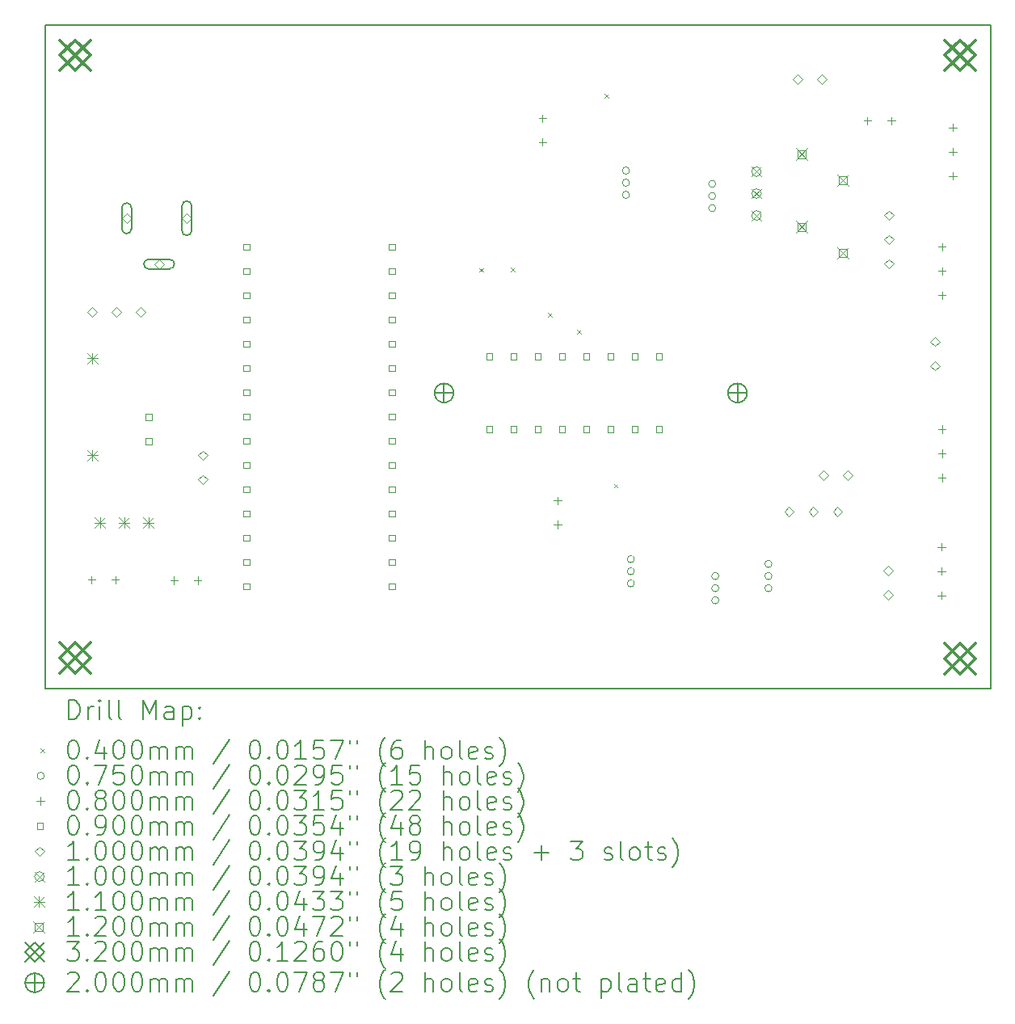
<source format=gbr>
%TF.GenerationSoftware,KiCad,Pcbnew,(6.0.7)*%
%TF.CreationDate,2023-03-15T17:16:23-04:00*%
%TF.ProjectId,NPN Tracer V2,4e504e20-5472-4616-9365-722056322e6b,rev?*%
%TF.SameCoordinates,Original*%
%TF.FileFunction,Drillmap*%
%TF.FilePolarity,Positive*%
%FSLAX45Y45*%
G04 Gerber Fmt 4.5, Leading zero omitted, Abs format (unit mm)*
G04 Created by KiCad (PCBNEW (6.0.7)) date 2023-03-15 17:16:23*
%MOMM*%
%LPD*%
G01*
G04 APERTURE LIST*
%ADD10C,0.150000*%
%ADD11C,0.200000*%
%ADD12C,0.040000*%
%ADD13C,0.075000*%
%ADD14C,0.080000*%
%ADD15C,0.090000*%
%ADD16C,0.100000*%
%ADD17C,0.110000*%
%ADD18C,0.120000*%
%ADD19C,0.320000*%
G04 APERTURE END LIST*
D10*
X18224500Y-5245100D02*
X8318500Y-5245100D01*
X8318500Y-5245100D02*
X8318500Y-12198350D01*
X8318500Y-12198350D02*
X18224500Y-12198350D01*
X18224500Y-12198350D02*
X18224500Y-5245100D01*
D11*
D12*
X12870500Y-7790500D02*
X12910500Y-7830500D01*
X12910500Y-7790500D02*
X12870500Y-7830500D01*
X13200700Y-7784150D02*
X13240700Y-7824150D01*
X13240700Y-7784150D02*
X13200700Y-7824150D01*
X13588050Y-8260400D02*
X13628050Y-8300400D01*
X13628050Y-8260400D02*
X13588050Y-8300400D01*
X13892850Y-8438200D02*
X13932850Y-8478200D01*
X13932850Y-8438200D02*
X13892850Y-8478200D01*
X14184950Y-5968050D02*
X14224950Y-6008050D01*
X14224950Y-5968050D02*
X14184950Y-6008050D01*
X14280200Y-10051100D02*
X14320200Y-10091100D01*
X14320200Y-10051100D02*
X14280200Y-10091100D01*
D13*
X14443550Y-6769300D02*
G75*
G03*
X14443550Y-6769300I-37500J0D01*
G01*
X14443550Y-6896300D02*
G75*
G03*
X14443550Y-6896300I-37500J0D01*
G01*
X14443550Y-7023300D02*
G75*
G03*
X14443550Y-7023300I-37500J0D01*
G01*
X14494350Y-10839450D02*
G75*
G03*
X14494350Y-10839450I-37500J0D01*
G01*
X14494350Y-10966450D02*
G75*
G03*
X14494350Y-10966450I-37500J0D01*
G01*
X14494350Y-11093450D02*
G75*
G03*
X14494350Y-11093450I-37500J0D01*
G01*
X15347350Y-6909000D02*
G75*
G03*
X15347350Y-6909000I-37500J0D01*
G01*
X15347350Y-7036000D02*
G75*
G03*
X15347350Y-7036000I-37500J0D01*
G01*
X15347350Y-7163000D02*
G75*
G03*
X15347350Y-7163000I-37500J0D01*
G01*
X15379100Y-11017250D02*
G75*
G03*
X15379100Y-11017250I-37500J0D01*
G01*
X15379100Y-11144250D02*
G75*
G03*
X15379100Y-11144250I-37500J0D01*
G01*
X15379100Y-11271250D02*
G75*
G03*
X15379100Y-11271250I-37500J0D01*
G01*
X15935800Y-10890250D02*
G75*
G03*
X15935800Y-10890250I-37500J0D01*
G01*
X15935800Y-11017250D02*
G75*
G03*
X15935800Y-11017250I-37500J0D01*
G01*
X15935800Y-11144250D02*
G75*
G03*
X15935800Y-11144250I-37500J0D01*
G01*
D14*
X8806480Y-11015350D02*
X8806480Y-11095350D01*
X8766480Y-11055350D02*
X8846480Y-11055350D01*
X9056480Y-11015350D02*
X9056480Y-11095350D01*
X9016480Y-11055350D02*
X9096480Y-11055350D01*
X9670080Y-11021700D02*
X9670080Y-11101700D01*
X9630080Y-11061700D02*
X9710080Y-11061700D01*
X9920080Y-11021700D02*
X9920080Y-11101700D01*
X9880080Y-11061700D02*
X9960080Y-11061700D01*
X13531850Y-6180850D02*
X13531850Y-6260850D01*
X13491850Y-6220850D02*
X13571850Y-6220850D01*
X13531850Y-6430850D02*
X13531850Y-6510850D01*
X13491850Y-6470850D02*
X13571850Y-6470850D01*
X13690600Y-10187500D02*
X13690600Y-10267500D01*
X13650600Y-10227500D02*
X13730600Y-10227500D01*
X13690600Y-10437500D02*
X13690600Y-10517500D01*
X13650600Y-10477500D02*
X13730600Y-10477500D01*
X16935450Y-6208400D02*
X16935450Y-6288400D01*
X16895450Y-6248400D02*
X16975450Y-6248400D01*
X17185450Y-6208400D02*
X17185450Y-6288400D01*
X17145450Y-6248400D02*
X17225450Y-6248400D01*
X17710150Y-10671450D02*
X17710150Y-10751450D01*
X17670150Y-10711450D02*
X17750150Y-10711450D01*
X17710150Y-10925450D02*
X17710150Y-11005450D01*
X17670150Y-10965450D02*
X17750150Y-10965450D01*
X17710150Y-11179450D02*
X17710150Y-11259450D01*
X17670150Y-11219450D02*
X17750150Y-11219450D01*
X17716500Y-7529200D02*
X17716500Y-7609200D01*
X17676500Y-7569200D02*
X17756500Y-7569200D01*
X17716500Y-7783200D02*
X17716500Y-7863200D01*
X17676500Y-7823200D02*
X17756500Y-7823200D01*
X17716500Y-8037200D02*
X17716500Y-8117200D01*
X17676500Y-8077200D02*
X17756500Y-8077200D01*
X17716500Y-9439550D02*
X17716500Y-9519550D01*
X17676500Y-9479550D02*
X17756500Y-9479550D01*
X17716500Y-9693550D02*
X17716500Y-9773550D01*
X17676500Y-9733550D02*
X17756500Y-9733550D01*
X17716500Y-9947550D02*
X17716500Y-10027550D01*
X17676500Y-9987550D02*
X17756500Y-9987550D01*
X17830800Y-6277250D02*
X17830800Y-6357250D01*
X17790800Y-6317250D02*
X17870800Y-6317250D01*
X17830800Y-6531250D02*
X17830800Y-6611250D01*
X17790800Y-6571250D02*
X17870800Y-6571250D01*
X17830800Y-6785250D02*
X17830800Y-6865250D01*
X17790800Y-6825250D02*
X17870800Y-6825250D01*
D15*
X9436170Y-9384870D02*
X9436170Y-9321230D01*
X9372530Y-9321230D01*
X9372530Y-9384870D01*
X9436170Y-9384870D01*
X9436170Y-9638870D02*
X9436170Y-9575230D01*
X9372530Y-9575230D01*
X9372530Y-9638870D01*
X9436170Y-9638870D01*
X10460270Y-7601020D02*
X10460270Y-7537380D01*
X10396630Y-7537380D01*
X10396630Y-7601020D01*
X10460270Y-7601020D01*
X10460270Y-7855020D02*
X10460270Y-7791380D01*
X10396630Y-7791380D01*
X10396630Y-7855020D01*
X10460270Y-7855020D01*
X10460270Y-8109020D02*
X10460270Y-8045380D01*
X10396630Y-8045380D01*
X10396630Y-8109020D01*
X10460270Y-8109020D01*
X10460270Y-8363020D02*
X10460270Y-8299380D01*
X10396630Y-8299380D01*
X10396630Y-8363020D01*
X10460270Y-8363020D01*
X10460270Y-8617020D02*
X10460270Y-8553380D01*
X10396630Y-8553380D01*
X10396630Y-8617020D01*
X10460270Y-8617020D01*
X10460270Y-8871020D02*
X10460270Y-8807380D01*
X10396630Y-8807380D01*
X10396630Y-8871020D01*
X10460270Y-8871020D01*
X10460270Y-9125020D02*
X10460270Y-9061380D01*
X10396630Y-9061380D01*
X10396630Y-9125020D01*
X10460270Y-9125020D01*
X10460270Y-9379020D02*
X10460270Y-9315380D01*
X10396630Y-9315380D01*
X10396630Y-9379020D01*
X10460270Y-9379020D01*
X10460270Y-9633020D02*
X10460270Y-9569380D01*
X10396630Y-9569380D01*
X10396630Y-9633020D01*
X10460270Y-9633020D01*
X10460270Y-9887020D02*
X10460270Y-9823380D01*
X10396630Y-9823380D01*
X10396630Y-9887020D01*
X10460270Y-9887020D01*
X10460270Y-10141020D02*
X10460270Y-10077380D01*
X10396630Y-10077380D01*
X10396630Y-10141020D01*
X10460270Y-10141020D01*
X10460270Y-10395020D02*
X10460270Y-10331380D01*
X10396630Y-10331380D01*
X10396630Y-10395020D01*
X10460270Y-10395020D01*
X10460270Y-10649020D02*
X10460270Y-10585380D01*
X10396630Y-10585380D01*
X10396630Y-10649020D01*
X10460270Y-10649020D01*
X10460270Y-10903020D02*
X10460270Y-10839380D01*
X10396630Y-10839380D01*
X10396630Y-10903020D01*
X10460270Y-10903020D01*
X10460270Y-11157020D02*
X10460270Y-11093380D01*
X10396630Y-11093380D01*
X10396630Y-11157020D01*
X10460270Y-11157020D01*
X11984270Y-7601020D02*
X11984270Y-7537380D01*
X11920630Y-7537380D01*
X11920630Y-7601020D01*
X11984270Y-7601020D01*
X11984270Y-7855020D02*
X11984270Y-7791380D01*
X11920630Y-7791380D01*
X11920630Y-7855020D01*
X11984270Y-7855020D01*
X11984270Y-8109020D02*
X11984270Y-8045380D01*
X11920630Y-8045380D01*
X11920630Y-8109020D01*
X11984270Y-8109020D01*
X11984270Y-8363020D02*
X11984270Y-8299380D01*
X11920630Y-8299380D01*
X11920630Y-8363020D01*
X11984270Y-8363020D01*
X11984270Y-8617020D02*
X11984270Y-8553380D01*
X11920630Y-8553380D01*
X11920630Y-8617020D01*
X11984270Y-8617020D01*
X11984270Y-8871020D02*
X11984270Y-8807380D01*
X11920630Y-8807380D01*
X11920630Y-8871020D01*
X11984270Y-8871020D01*
X11984270Y-9125020D02*
X11984270Y-9061380D01*
X11920630Y-9061380D01*
X11920630Y-9125020D01*
X11984270Y-9125020D01*
X11984270Y-9379020D02*
X11984270Y-9315380D01*
X11920630Y-9315380D01*
X11920630Y-9379020D01*
X11984270Y-9379020D01*
X11984270Y-9633020D02*
X11984270Y-9569380D01*
X11920630Y-9569380D01*
X11920630Y-9633020D01*
X11984270Y-9633020D01*
X11984270Y-9887020D02*
X11984270Y-9823380D01*
X11920630Y-9823380D01*
X11920630Y-9887020D01*
X11984270Y-9887020D01*
X11984270Y-10141020D02*
X11984270Y-10077380D01*
X11920630Y-10077380D01*
X11920630Y-10141020D01*
X11984270Y-10141020D01*
X11984270Y-10395020D02*
X11984270Y-10331380D01*
X11920630Y-10331380D01*
X11920630Y-10395020D01*
X11984270Y-10395020D01*
X11984270Y-10649020D02*
X11984270Y-10585380D01*
X11920630Y-10585380D01*
X11920630Y-10649020D01*
X11984270Y-10649020D01*
X11984270Y-10903020D02*
X11984270Y-10839380D01*
X11920630Y-10839380D01*
X11920630Y-10903020D01*
X11984270Y-10903020D01*
X11984270Y-11157020D02*
X11984270Y-11093380D01*
X11920630Y-11093380D01*
X11920630Y-11157020D01*
X11984270Y-11157020D01*
X13004870Y-8750370D02*
X13004870Y-8686730D01*
X12941230Y-8686730D01*
X12941230Y-8750370D01*
X13004870Y-8750370D01*
X13004870Y-9512370D02*
X13004870Y-9448730D01*
X12941230Y-9448730D01*
X12941230Y-9512370D01*
X13004870Y-9512370D01*
X13258870Y-8750370D02*
X13258870Y-8686730D01*
X13195230Y-8686730D01*
X13195230Y-8750370D01*
X13258870Y-8750370D01*
X13258870Y-9512370D02*
X13258870Y-9448730D01*
X13195230Y-9448730D01*
X13195230Y-9512370D01*
X13258870Y-9512370D01*
X13512870Y-8750370D02*
X13512870Y-8686730D01*
X13449230Y-8686730D01*
X13449230Y-8750370D01*
X13512870Y-8750370D01*
X13512870Y-9512370D02*
X13512870Y-9448730D01*
X13449230Y-9448730D01*
X13449230Y-9512370D01*
X13512870Y-9512370D01*
X13766870Y-8750370D02*
X13766870Y-8686730D01*
X13703230Y-8686730D01*
X13703230Y-8750370D01*
X13766870Y-8750370D01*
X13766870Y-9512370D02*
X13766870Y-9448730D01*
X13703230Y-9448730D01*
X13703230Y-9512370D01*
X13766870Y-9512370D01*
X14020870Y-8750370D02*
X14020870Y-8686730D01*
X13957230Y-8686730D01*
X13957230Y-8750370D01*
X14020870Y-8750370D01*
X14020870Y-9512370D02*
X14020870Y-9448730D01*
X13957230Y-9448730D01*
X13957230Y-9512370D01*
X14020870Y-9512370D01*
X14274870Y-8750370D02*
X14274870Y-8686730D01*
X14211230Y-8686730D01*
X14211230Y-8750370D01*
X14274870Y-8750370D01*
X14274870Y-9512370D02*
X14274870Y-9448730D01*
X14211230Y-9448730D01*
X14211230Y-9512370D01*
X14274870Y-9512370D01*
X14528870Y-8750370D02*
X14528870Y-8686730D01*
X14465230Y-8686730D01*
X14465230Y-8750370D01*
X14528870Y-8750370D01*
X14528870Y-9512370D02*
X14528870Y-9448730D01*
X14465230Y-9448730D01*
X14465230Y-9512370D01*
X14528870Y-9512370D01*
X14782870Y-8750370D02*
X14782870Y-8686730D01*
X14719230Y-8686730D01*
X14719230Y-8750370D01*
X14782870Y-8750370D01*
X14782870Y-9512370D02*
X14782870Y-9448730D01*
X14719230Y-9448730D01*
X14719230Y-9512370D01*
X14782870Y-9512370D01*
D16*
X8815300Y-8298650D02*
X8865300Y-8248650D01*
X8815300Y-8198650D01*
X8765300Y-8248650D01*
X8815300Y-8298650D01*
X9069300Y-8298650D02*
X9119300Y-8248650D01*
X9069300Y-8198650D01*
X9019300Y-8248650D01*
X9069300Y-8298650D01*
X9174400Y-7319250D02*
X9224400Y-7269250D01*
X9174400Y-7219250D01*
X9124400Y-7269250D01*
X9174400Y-7319250D01*
D11*
X9124400Y-7159250D02*
X9124400Y-7379250D01*
X9224400Y-7159250D02*
X9224400Y-7379250D01*
X9124400Y-7379250D02*
G75*
G03*
X9224400Y-7379250I50000J0D01*
G01*
X9224400Y-7159250D02*
G75*
G03*
X9124400Y-7159250I-50000J0D01*
G01*
D16*
X9323300Y-8298650D02*
X9373300Y-8248650D01*
X9323300Y-8198650D01*
X9273300Y-8248650D01*
X9323300Y-8298650D01*
X9514400Y-7799250D02*
X9564400Y-7749250D01*
X9514400Y-7699250D01*
X9464400Y-7749250D01*
X9514400Y-7799250D01*
D11*
X9624400Y-7699250D02*
X9404400Y-7699250D01*
X9624400Y-7799250D02*
X9404400Y-7799250D01*
X9404400Y-7699250D02*
G75*
G03*
X9404400Y-7799250I0J-50000D01*
G01*
X9624400Y-7799250D02*
G75*
G03*
X9624400Y-7699250I0J50000D01*
G01*
D16*
X9804400Y-7319250D02*
X9854400Y-7269250D01*
X9804400Y-7219250D01*
X9754400Y-7269250D01*
X9804400Y-7319250D01*
D11*
X9754400Y-7139250D02*
X9754400Y-7399250D01*
X9854400Y-7139250D02*
X9854400Y-7399250D01*
X9754400Y-7399250D02*
G75*
G03*
X9854400Y-7399250I50000J0D01*
G01*
X9854400Y-7139250D02*
G75*
G03*
X9754400Y-7139250I-50000J0D01*
G01*
D16*
X9969500Y-9803600D02*
X10019500Y-9753600D01*
X9969500Y-9703600D01*
X9919500Y-9753600D01*
X9969500Y-9803600D01*
X9969500Y-10057600D02*
X10019500Y-10007600D01*
X9969500Y-9957600D01*
X9919500Y-10007600D01*
X9969500Y-10057600D01*
X16114800Y-10394150D02*
X16164800Y-10344150D01*
X16114800Y-10294150D01*
X16064800Y-10344150D01*
X16114800Y-10394150D01*
X16205700Y-5860250D02*
X16255700Y-5810250D01*
X16205700Y-5760250D01*
X16155700Y-5810250D01*
X16205700Y-5860250D01*
X16368800Y-10394150D02*
X16418800Y-10344150D01*
X16368800Y-10294150D01*
X16318800Y-10344150D01*
X16368800Y-10394150D01*
X16459700Y-5860250D02*
X16509700Y-5810250D01*
X16459700Y-5760250D01*
X16409700Y-5810250D01*
X16459700Y-5860250D01*
X16471900Y-10013150D02*
X16521900Y-9963150D01*
X16471900Y-9913150D01*
X16421900Y-9963150D01*
X16471900Y-10013150D01*
X16622800Y-10394150D02*
X16672800Y-10344150D01*
X16622800Y-10294150D01*
X16572800Y-10344150D01*
X16622800Y-10394150D01*
X16725900Y-10013150D02*
X16775900Y-9963150D01*
X16725900Y-9913150D01*
X16675900Y-9963150D01*
X16725900Y-10013150D01*
X17151350Y-11010600D02*
X17201350Y-10960600D01*
X17151350Y-10910600D01*
X17101350Y-10960600D01*
X17151350Y-11010600D01*
X17151350Y-11264600D02*
X17201350Y-11214600D01*
X17151350Y-11164600D01*
X17101350Y-11214600D01*
X17151350Y-11264600D01*
X17164050Y-7289000D02*
X17214050Y-7239000D01*
X17164050Y-7189000D01*
X17114050Y-7239000D01*
X17164050Y-7289000D01*
X17164050Y-7543000D02*
X17214050Y-7493000D01*
X17164050Y-7443000D01*
X17114050Y-7493000D01*
X17164050Y-7543000D01*
X17164050Y-7797000D02*
X17214050Y-7747000D01*
X17164050Y-7697000D01*
X17114050Y-7747000D01*
X17164050Y-7797000D01*
X17640300Y-8610300D02*
X17690300Y-8560300D01*
X17640300Y-8510300D01*
X17590300Y-8560300D01*
X17640300Y-8610300D01*
X17640300Y-8864300D02*
X17690300Y-8814300D01*
X17640300Y-8764300D01*
X17590300Y-8814300D01*
X17640300Y-8864300D01*
X15723400Y-6730400D02*
X15823400Y-6830400D01*
X15823400Y-6730400D02*
X15723400Y-6830400D01*
X15823400Y-6780400D02*
G75*
G03*
X15823400Y-6780400I-50000J0D01*
G01*
X15723400Y-6960400D02*
X15823400Y-7060400D01*
X15823400Y-6960400D02*
X15723400Y-7060400D01*
X15823400Y-7010400D02*
G75*
G03*
X15823400Y-7010400I-50000J0D01*
G01*
X15723400Y-7190400D02*
X15823400Y-7290400D01*
X15823400Y-7190400D02*
X15723400Y-7290400D01*
X15823400Y-7240400D02*
G75*
G03*
X15823400Y-7240400I-50000J0D01*
G01*
D17*
X8758800Y-8682600D02*
X8868800Y-8792600D01*
X8868800Y-8682600D02*
X8758800Y-8792600D01*
X8813800Y-8682600D02*
X8813800Y-8792600D01*
X8758800Y-8737600D02*
X8868800Y-8737600D01*
X8758800Y-9698600D02*
X8868800Y-9808600D01*
X8868800Y-9698600D02*
X8758800Y-9808600D01*
X8813800Y-9698600D02*
X8813800Y-9808600D01*
X8758800Y-9753600D02*
X8868800Y-9753600D01*
X8841350Y-10402700D02*
X8951350Y-10512700D01*
X8951350Y-10402700D02*
X8841350Y-10512700D01*
X8896350Y-10402700D02*
X8896350Y-10512700D01*
X8841350Y-10457700D02*
X8951350Y-10457700D01*
X9095350Y-10402700D02*
X9205350Y-10512700D01*
X9205350Y-10402700D02*
X9095350Y-10512700D01*
X9150350Y-10402700D02*
X9150350Y-10512700D01*
X9095350Y-10457700D02*
X9205350Y-10457700D01*
X9349350Y-10402700D02*
X9459350Y-10512700D01*
X9459350Y-10402700D02*
X9349350Y-10512700D01*
X9404350Y-10402700D02*
X9404350Y-10512700D01*
X9349350Y-10457700D02*
X9459350Y-10457700D01*
D18*
X16183300Y-6535900D02*
X16303300Y-6655900D01*
X16303300Y-6535900D02*
X16183300Y-6655900D01*
X16285727Y-6638327D02*
X16285727Y-6553473D01*
X16200873Y-6553473D01*
X16200873Y-6638327D01*
X16285727Y-6638327D01*
X16183300Y-7297900D02*
X16303300Y-7417900D01*
X16303300Y-7297900D02*
X16183300Y-7417900D01*
X16285727Y-7400327D02*
X16285727Y-7315473D01*
X16200873Y-7315473D01*
X16200873Y-7400327D01*
X16285727Y-7400327D01*
X16621450Y-6808950D02*
X16741450Y-6928950D01*
X16741450Y-6808950D02*
X16621450Y-6928950D01*
X16723877Y-6911377D02*
X16723877Y-6826523D01*
X16639023Y-6826523D01*
X16639023Y-6911377D01*
X16723877Y-6911377D01*
X16621450Y-7570950D02*
X16741450Y-7690950D01*
X16741450Y-7570950D02*
X16621450Y-7690950D01*
X16723877Y-7673377D02*
X16723877Y-7588523D01*
X16639023Y-7588523D01*
X16639023Y-7673377D01*
X16723877Y-7673377D01*
D19*
X8476000Y-5402600D02*
X8796000Y-5722600D01*
X8796000Y-5402600D02*
X8476000Y-5722600D01*
X8636000Y-5722600D02*
X8796000Y-5562600D01*
X8636000Y-5402600D01*
X8476000Y-5562600D01*
X8636000Y-5722600D01*
X8476000Y-11714500D02*
X8796000Y-12034500D01*
X8796000Y-11714500D02*
X8476000Y-12034500D01*
X8636000Y-12034500D02*
X8796000Y-11874500D01*
X8636000Y-11714500D01*
X8476000Y-11874500D01*
X8636000Y-12034500D01*
X17747000Y-5402600D02*
X18067000Y-5722600D01*
X18067000Y-5402600D02*
X17747000Y-5722600D01*
X17907000Y-5722600D02*
X18067000Y-5562600D01*
X17907000Y-5402600D01*
X17747000Y-5562600D01*
X17907000Y-5722600D01*
X17747000Y-11720850D02*
X18067000Y-12040850D01*
X18067000Y-11720850D02*
X17747000Y-12040850D01*
X17907000Y-12040850D02*
X18067000Y-11880850D01*
X17907000Y-11720850D01*
X17747000Y-11880850D01*
X17907000Y-12040850D01*
D11*
X12500050Y-8999550D02*
X12500050Y-9199550D01*
X12400050Y-9099550D02*
X12600050Y-9099550D01*
X12600050Y-9099550D02*
G75*
G03*
X12600050Y-9099550I-100000J0D01*
G01*
X15574050Y-8999550D02*
X15574050Y-9199550D01*
X15474050Y-9099550D02*
X15674050Y-9099550D01*
X15674050Y-9099550D02*
G75*
G03*
X15674050Y-9099550I-100000J0D01*
G01*
X8568619Y-12516326D02*
X8568619Y-12316326D01*
X8616238Y-12316326D01*
X8644810Y-12325850D01*
X8663857Y-12344898D01*
X8673381Y-12363945D01*
X8682905Y-12402040D01*
X8682905Y-12430612D01*
X8673381Y-12468707D01*
X8663857Y-12487755D01*
X8644810Y-12506802D01*
X8616238Y-12516326D01*
X8568619Y-12516326D01*
X8768619Y-12516326D02*
X8768619Y-12382993D01*
X8768619Y-12421088D02*
X8778143Y-12402040D01*
X8787667Y-12392517D01*
X8806714Y-12382993D01*
X8825762Y-12382993D01*
X8892429Y-12516326D02*
X8892429Y-12382993D01*
X8892429Y-12316326D02*
X8882905Y-12325850D01*
X8892429Y-12335374D01*
X8901952Y-12325850D01*
X8892429Y-12316326D01*
X8892429Y-12335374D01*
X9016238Y-12516326D02*
X8997190Y-12506802D01*
X8987667Y-12487755D01*
X8987667Y-12316326D01*
X9121000Y-12516326D02*
X9101952Y-12506802D01*
X9092429Y-12487755D01*
X9092429Y-12316326D01*
X9349571Y-12516326D02*
X9349571Y-12316326D01*
X9416238Y-12459183D01*
X9482905Y-12316326D01*
X9482905Y-12516326D01*
X9663857Y-12516326D02*
X9663857Y-12411564D01*
X9654333Y-12392517D01*
X9635286Y-12382993D01*
X9597190Y-12382993D01*
X9578143Y-12392517D01*
X9663857Y-12506802D02*
X9644810Y-12516326D01*
X9597190Y-12516326D01*
X9578143Y-12506802D01*
X9568619Y-12487755D01*
X9568619Y-12468707D01*
X9578143Y-12449659D01*
X9597190Y-12440136D01*
X9644810Y-12440136D01*
X9663857Y-12430612D01*
X9759095Y-12382993D02*
X9759095Y-12582993D01*
X9759095Y-12392517D02*
X9778143Y-12382993D01*
X9816238Y-12382993D01*
X9835286Y-12392517D01*
X9844810Y-12402040D01*
X9854333Y-12421088D01*
X9854333Y-12478231D01*
X9844810Y-12497278D01*
X9835286Y-12506802D01*
X9816238Y-12516326D01*
X9778143Y-12516326D01*
X9759095Y-12506802D01*
X9940048Y-12497278D02*
X9949571Y-12506802D01*
X9940048Y-12516326D01*
X9930524Y-12506802D01*
X9940048Y-12497278D01*
X9940048Y-12516326D01*
X9940048Y-12392517D02*
X9949571Y-12402040D01*
X9940048Y-12411564D01*
X9930524Y-12402040D01*
X9940048Y-12392517D01*
X9940048Y-12411564D01*
D12*
X8271000Y-12825850D02*
X8311000Y-12865850D01*
X8311000Y-12825850D02*
X8271000Y-12865850D01*
D11*
X8606714Y-12736326D02*
X8625762Y-12736326D01*
X8644810Y-12745850D01*
X8654333Y-12755374D01*
X8663857Y-12774421D01*
X8673381Y-12812517D01*
X8673381Y-12860136D01*
X8663857Y-12898231D01*
X8654333Y-12917278D01*
X8644810Y-12926802D01*
X8625762Y-12936326D01*
X8606714Y-12936326D01*
X8587667Y-12926802D01*
X8578143Y-12917278D01*
X8568619Y-12898231D01*
X8559095Y-12860136D01*
X8559095Y-12812517D01*
X8568619Y-12774421D01*
X8578143Y-12755374D01*
X8587667Y-12745850D01*
X8606714Y-12736326D01*
X8759095Y-12917278D02*
X8768619Y-12926802D01*
X8759095Y-12936326D01*
X8749571Y-12926802D01*
X8759095Y-12917278D01*
X8759095Y-12936326D01*
X8940048Y-12802993D02*
X8940048Y-12936326D01*
X8892429Y-12726802D02*
X8844810Y-12869659D01*
X8968619Y-12869659D01*
X9082905Y-12736326D02*
X9101952Y-12736326D01*
X9121000Y-12745850D01*
X9130524Y-12755374D01*
X9140048Y-12774421D01*
X9149571Y-12812517D01*
X9149571Y-12860136D01*
X9140048Y-12898231D01*
X9130524Y-12917278D01*
X9121000Y-12926802D01*
X9101952Y-12936326D01*
X9082905Y-12936326D01*
X9063857Y-12926802D01*
X9054333Y-12917278D01*
X9044810Y-12898231D01*
X9035286Y-12860136D01*
X9035286Y-12812517D01*
X9044810Y-12774421D01*
X9054333Y-12755374D01*
X9063857Y-12745850D01*
X9082905Y-12736326D01*
X9273381Y-12736326D02*
X9292429Y-12736326D01*
X9311476Y-12745850D01*
X9321000Y-12755374D01*
X9330524Y-12774421D01*
X9340048Y-12812517D01*
X9340048Y-12860136D01*
X9330524Y-12898231D01*
X9321000Y-12917278D01*
X9311476Y-12926802D01*
X9292429Y-12936326D01*
X9273381Y-12936326D01*
X9254333Y-12926802D01*
X9244810Y-12917278D01*
X9235286Y-12898231D01*
X9225762Y-12860136D01*
X9225762Y-12812517D01*
X9235286Y-12774421D01*
X9244810Y-12755374D01*
X9254333Y-12745850D01*
X9273381Y-12736326D01*
X9425762Y-12936326D02*
X9425762Y-12802993D01*
X9425762Y-12822040D02*
X9435286Y-12812517D01*
X9454333Y-12802993D01*
X9482905Y-12802993D01*
X9501952Y-12812517D01*
X9511476Y-12831564D01*
X9511476Y-12936326D01*
X9511476Y-12831564D02*
X9521000Y-12812517D01*
X9540048Y-12802993D01*
X9568619Y-12802993D01*
X9587667Y-12812517D01*
X9597190Y-12831564D01*
X9597190Y-12936326D01*
X9692429Y-12936326D02*
X9692429Y-12802993D01*
X9692429Y-12822040D02*
X9701952Y-12812517D01*
X9721000Y-12802993D01*
X9749571Y-12802993D01*
X9768619Y-12812517D01*
X9778143Y-12831564D01*
X9778143Y-12936326D01*
X9778143Y-12831564D02*
X9787667Y-12812517D01*
X9806714Y-12802993D01*
X9835286Y-12802993D01*
X9854333Y-12812517D01*
X9863857Y-12831564D01*
X9863857Y-12936326D01*
X10254333Y-12726802D02*
X10082905Y-12983945D01*
X10511476Y-12736326D02*
X10530524Y-12736326D01*
X10549571Y-12745850D01*
X10559095Y-12755374D01*
X10568619Y-12774421D01*
X10578143Y-12812517D01*
X10578143Y-12860136D01*
X10568619Y-12898231D01*
X10559095Y-12917278D01*
X10549571Y-12926802D01*
X10530524Y-12936326D01*
X10511476Y-12936326D01*
X10492429Y-12926802D01*
X10482905Y-12917278D01*
X10473381Y-12898231D01*
X10463857Y-12860136D01*
X10463857Y-12812517D01*
X10473381Y-12774421D01*
X10482905Y-12755374D01*
X10492429Y-12745850D01*
X10511476Y-12736326D01*
X10663857Y-12917278D02*
X10673381Y-12926802D01*
X10663857Y-12936326D01*
X10654333Y-12926802D01*
X10663857Y-12917278D01*
X10663857Y-12936326D01*
X10797190Y-12736326D02*
X10816238Y-12736326D01*
X10835286Y-12745850D01*
X10844810Y-12755374D01*
X10854333Y-12774421D01*
X10863857Y-12812517D01*
X10863857Y-12860136D01*
X10854333Y-12898231D01*
X10844810Y-12917278D01*
X10835286Y-12926802D01*
X10816238Y-12936326D01*
X10797190Y-12936326D01*
X10778143Y-12926802D01*
X10768619Y-12917278D01*
X10759095Y-12898231D01*
X10749571Y-12860136D01*
X10749571Y-12812517D01*
X10759095Y-12774421D01*
X10768619Y-12755374D01*
X10778143Y-12745850D01*
X10797190Y-12736326D01*
X11054333Y-12936326D02*
X10940048Y-12936326D01*
X10997190Y-12936326D02*
X10997190Y-12736326D01*
X10978143Y-12764898D01*
X10959095Y-12783945D01*
X10940048Y-12793469D01*
X11235286Y-12736326D02*
X11140048Y-12736326D01*
X11130524Y-12831564D01*
X11140048Y-12822040D01*
X11159095Y-12812517D01*
X11206714Y-12812517D01*
X11225762Y-12822040D01*
X11235286Y-12831564D01*
X11244809Y-12850612D01*
X11244809Y-12898231D01*
X11235286Y-12917278D01*
X11225762Y-12926802D01*
X11206714Y-12936326D01*
X11159095Y-12936326D01*
X11140048Y-12926802D01*
X11130524Y-12917278D01*
X11311476Y-12736326D02*
X11444809Y-12736326D01*
X11359095Y-12936326D01*
X11511476Y-12736326D02*
X11511476Y-12774421D01*
X11587667Y-12736326D02*
X11587667Y-12774421D01*
X11882905Y-13012517D02*
X11873381Y-13002993D01*
X11854333Y-12974421D01*
X11844809Y-12955374D01*
X11835286Y-12926802D01*
X11825762Y-12879183D01*
X11825762Y-12841088D01*
X11835286Y-12793469D01*
X11844809Y-12764898D01*
X11854333Y-12745850D01*
X11873381Y-12717278D01*
X11882905Y-12707755D01*
X12044809Y-12736326D02*
X12006714Y-12736326D01*
X11987667Y-12745850D01*
X11978143Y-12755374D01*
X11959095Y-12783945D01*
X11949571Y-12822040D01*
X11949571Y-12898231D01*
X11959095Y-12917278D01*
X11968619Y-12926802D01*
X11987667Y-12936326D01*
X12025762Y-12936326D01*
X12044809Y-12926802D01*
X12054333Y-12917278D01*
X12063857Y-12898231D01*
X12063857Y-12850612D01*
X12054333Y-12831564D01*
X12044809Y-12822040D01*
X12025762Y-12812517D01*
X11987667Y-12812517D01*
X11968619Y-12822040D01*
X11959095Y-12831564D01*
X11949571Y-12850612D01*
X12301952Y-12936326D02*
X12301952Y-12736326D01*
X12387667Y-12936326D02*
X12387667Y-12831564D01*
X12378143Y-12812517D01*
X12359095Y-12802993D01*
X12330524Y-12802993D01*
X12311476Y-12812517D01*
X12301952Y-12822040D01*
X12511476Y-12936326D02*
X12492428Y-12926802D01*
X12482905Y-12917278D01*
X12473381Y-12898231D01*
X12473381Y-12841088D01*
X12482905Y-12822040D01*
X12492428Y-12812517D01*
X12511476Y-12802993D01*
X12540048Y-12802993D01*
X12559095Y-12812517D01*
X12568619Y-12822040D01*
X12578143Y-12841088D01*
X12578143Y-12898231D01*
X12568619Y-12917278D01*
X12559095Y-12926802D01*
X12540048Y-12936326D01*
X12511476Y-12936326D01*
X12692428Y-12936326D02*
X12673381Y-12926802D01*
X12663857Y-12907755D01*
X12663857Y-12736326D01*
X12844809Y-12926802D02*
X12825762Y-12936326D01*
X12787667Y-12936326D01*
X12768619Y-12926802D01*
X12759095Y-12907755D01*
X12759095Y-12831564D01*
X12768619Y-12812517D01*
X12787667Y-12802993D01*
X12825762Y-12802993D01*
X12844809Y-12812517D01*
X12854333Y-12831564D01*
X12854333Y-12850612D01*
X12759095Y-12869659D01*
X12930524Y-12926802D02*
X12949571Y-12936326D01*
X12987667Y-12936326D01*
X13006714Y-12926802D01*
X13016238Y-12907755D01*
X13016238Y-12898231D01*
X13006714Y-12879183D01*
X12987667Y-12869659D01*
X12959095Y-12869659D01*
X12940048Y-12860136D01*
X12930524Y-12841088D01*
X12930524Y-12831564D01*
X12940048Y-12812517D01*
X12959095Y-12802993D01*
X12987667Y-12802993D01*
X13006714Y-12812517D01*
X13082905Y-13012517D02*
X13092428Y-13002993D01*
X13111476Y-12974421D01*
X13121000Y-12955374D01*
X13130524Y-12926802D01*
X13140048Y-12879183D01*
X13140048Y-12841088D01*
X13130524Y-12793469D01*
X13121000Y-12764898D01*
X13111476Y-12745850D01*
X13092428Y-12717278D01*
X13082905Y-12707755D01*
D13*
X8311000Y-13109850D02*
G75*
G03*
X8311000Y-13109850I-37500J0D01*
G01*
D11*
X8606714Y-13000326D02*
X8625762Y-13000326D01*
X8644810Y-13009850D01*
X8654333Y-13019374D01*
X8663857Y-13038421D01*
X8673381Y-13076517D01*
X8673381Y-13124136D01*
X8663857Y-13162231D01*
X8654333Y-13181278D01*
X8644810Y-13190802D01*
X8625762Y-13200326D01*
X8606714Y-13200326D01*
X8587667Y-13190802D01*
X8578143Y-13181278D01*
X8568619Y-13162231D01*
X8559095Y-13124136D01*
X8559095Y-13076517D01*
X8568619Y-13038421D01*
X8578143Y-13019374D01*
X8587667Y-13009850D01*
X8606714Y-13000326D01*
X8759095Y-13181278D02*
X8768619Y-13190802D01*
X8759095Y-13200326D01*
X8749571Y-13190802D01*
X8759095Y-13181278D01*
X8759095Y-13200326D01*
X8835286Y-13000326D02*
X8968619Y-13000326D01*
X8882905Y-13200326D01*
X9140048Y-13000326D02*
X9044810Y-13000326D01*
X9035286Y-13095564D01*
X9044810Y-13086040D01*
X9063857Y-13076517D01*
X9111476Y-13076517D01*
X9130524Y-13086040D01*
X9140048Y-13095564D01*
X9149571Y-13114612D01*
X9149571Y-13162231D01*
X9140048Y-13181278D01*
X9130524Y-13190802D01*
X9111476Y-13200326D01*
X9063857Y-13200326D01*
X9044810Y-13190802D01*
X9035286Y-13181278D01*
X9273381Y-13000326D02*
X9292429Y-13000326D01*
X9311476Y-13009850D01*
X9321000Y-13019374D01*
X9330524Y-13038421D01*
X9340048Y-13076517D01*
X9340048Y-13124136D01*
X9330524Y-13162231D01*
X9321000Y-13181278D01*
X9311476Y-13190802D01*
X9292429Y-13200326D01*
X9273381Y-13200326D01*
X9254333Y-13190802D01*
X9244810Y-13181278D01*
X9235286Y-13162231D01*
X9225762Y-13124136D01*
X9225762Y-13076517D01*
X9235286Y-13038421D01*
X9244810Y-13019374D01*
X9254333Y-13009850D01*
X9273381Y-13000326D01*
X9425762Y-13200326D02*
X9425762Y-13066993D01*
X9425762Y-13086040D02*
X9435286Y-13076517D01*
X9454333Y-13066993D01*
X9482905Y-13066993D01*
X9501952Y-13076517D01*
X9511476Y-13095564D01*
X9511476Y-13200326D01*
X9511476Y-13095564D02*
X9521000Y-13076517D01*
X9540048Y-13066993D01*
X9568619Y-13066993D01*
X9587667Y-13076517D01*
X9597190Y-13095564D01*
X9597190Y-13200326D01*
X9692429Y-13200326D02*
X9692429Y-13066993D01*
X9692429Y-13086040D02*
X9701952Y-13076517D01*
X9721000Y-13066993D01*
X9749571Y-13066993D01*
X9768619Y-13076517D01*
X9778143Y-13095564D01*
X9778143Y-13200326D01*
X9778143Y-13095564D02*
X9787667Y-13076517D01*
X9806714Y-13066993D01*
X9835286Y-13066993D01*
X9854333Y-13076517D01*
X9863857Y-13095564D01*
X9863857Y-13200326D01*
X10254333Y-12990802D02*
X10082905Y-13247945D01*
X10511476Y-13000326D02*
X10530524Y-13000326D01*
X10549571Y-13009850D01*
X10559095Y-13019374D01*
X10568619Y-13038421D01*
X10578143Y-13076517D01*
X10578143Y-13124136D01*
X10568619Y-13162231D01*
X10559095Y-13181278D01*
X10549571Y-13190802D01*
X10530524Y-13200326D01*
X10511476Y-13200326D01*
X10492429Y-13190802D01*
X10482905Y-13181278D01*
X10473381Y-13162231D01*
X10463857Y-13124136D01*
X10463857Y-13076517D01*
X10473381Y-13038421D01*
X10482905Y-13019374D01*
X10492429Y-13009850D01*
X10511476Y-13000326D01*
X10663857Y-13181278D02*
X10673381Y-13190802D01*
X10663857Y-13200326D01*
X10654333Y-13190802D01*
X10663857Y-13181278D01*
X10663857Y-13200326D01*
X10797190Y-13000326D02*
X10816238Y-13000326D01*
X10835286Y-13009850D01*
X10844810Y-13019374D01*
X10854333Y-13038421D01*
X10863857Y-13076517D01*
X10863857Y-13124136D01*
X10854333Y-13162231D01*
X10844810Y-13181278D01*
X10835286Y-13190802D01*
X10816238Y-13200326D01*
X10797190Y-13200326D01*
X10778143Y-13190802D01*
X10768619Y-13181278D01*
X10759095Y-13162231D01*
X10749571Y-13124136D01*
X10749571Y-13076517D01*
X10759095Y-13038421D01*
X10768619Y-13019374D01*
X10778143Y-13009850D01*
X10797190Y-13000326D01*
X10940048Y-13019374D02*
X10949571Y-13009850D01*
X10968619Y-13000326D01*
X11016238Y-13000326D01*
X11035286Y-13009850D01*
X11044810Y-13019374D01*
X11054333Y-13038421D01*
X11054333Y-13057469D01*
X11044810Y-13086040D01*
X10930524Y-13200326D01*
X11054333Y-13200326D01*
X11149571Y-13200326D02*
X11187667Y-13200326D01*
X11206714Y-13190802D01*
X11216238Y-13181278D01*
X11235286Y-13152707D01*
X11244809Y-13114612D01*
X11244809Y-13038421D01*
X11235286Y-13019374D01*
X11225762Y-13009850D01*
X11206714Y-13000326D01*
X11168619Y-13000326D01*
X11149571Y-13009850D01*
X11140048Y-13019374D01*
X11130524Y-13038421D01*
X11130524Y-13086040D01*
X11140048Y-13105088D01*
X11149571Y-13114612D01*
X11168619Y-13124136D01*
X11206714Y-13124136D01*
X11225762Y-13114612D01*
X11235286Y-13105088D01*
X11244809Y-13086040D01*
X11425762Y-13000326D02*
X11330524Y-13000326D01*
X11321000Y-13095564D01*
X11330524Y-13086040D01*
X11349571Y-13076517D01*
X11397190Y-13076517D01*
X11416238Y-13086040D01*
X11425762Y-13095564D01*
X11435286Y-13114612D01*
X11435286Y-13162231D01*
X11425762Y-13181278D01*
X11416238Y-13190802D01*
X11397190Y-13200326D01*
X11349571Y-13200326D01*
X11330524Y-13190802D01*
X11321000Y-13181278D01*
X11511476Y-13000326D02*
X11511476Y-13038421D01*
X11587667Y-13000326D02*
X11587667Y-13038421D01*
X11882905Y-13276517D02*
X11873381Y-13266993D01*
X11854333Y-13238421D01*
X11844809Y-13219374D01*
X11835286Y-13190802D01*
X11825762Y-13143183D01*
X11825762Y-13105088D01*
X11835286Y-13057469D01*
X11844809Y-13028898D01*
X11854333Y-13009850D01*
X11873381Y-12981278D01*
X11882905Y-12971755D01*
X12063857Y-13200326D02*
X11949571Y-13200326D01*
X12006714Y-13200326D02*
X12006714Y-13000326D01*
X11987667Y-13028898D01*
X11968619Y-13047945D01*
X11949571Y-13057469D01*
X12244809Y-13000326D02*
X12149571Y-13000326D01*
X12140048Y-13095564D01*
X12149571Y-13086040D01*
X12168619Y-13076517D01*
X12216238Y-13076517D01*
X12235286Y-13086040D01*
X12244809Y-13095564D01*
X12254333Y-13114612D01*
X12254333Y-13162231D01*
X12244809Y-13181278D01*
X12235286Y-13190802D01*
X12216238Y-13200326D01*
X12168619Y-13200326D01*
X12149571Y-13190802D01*
X12140048Y-13181278D01*
X12492428Y-13200326D02*
X12492428Y-13000326D01*
X12578143Y-13200326D02*
X12578143Y-13095564D01*
X12568619Y-13076517D01*
X12549571Y-13066993D01*
X12521000Y-13066993D01*
X12501952Y-13076517D01*
X12492428Y-13086040D01*
X12701952Y-13200326D02*
X12682905Y-13190802D01*
X12673381Y-13181278D01*
X12663857Y-13162231D01*
X12663857Y-13105088D01*
X12673381Y-13086040D01*
X12682905Y-13076517D01*
X12701952Y-13066993D01*
X12730524Y-13066993D01*
X12749571Y-13076517D01*
X12759095Y-13086040D01*
X12768619Y-13105088D01*
X12768619Y-13162231D01*
X12759095Y-13181278D01*
X12749571Y-13190802D01*
X12730524Y-13200326D01*
X12701952Y-13200326D01*
X12882905Y-13200326D02*
X12863857Y-13190802D01*
X12854333Y-13171755D01*
X12854333Y-13000326D01*
X13035286Y-13190802D02*
X13016238Y-13200326D01*
X12978143Y-13200326D01*
X12959095Y-13190802D01*
X12949571Y-13171755D01*
X12949571Y-13095564D01*
X12959095Y-13076517D01*
X12978143Y-13066993D01*
X13016238Y-13066993D01*
X13035286Y-13076517D01*
X13044809Y-13095564D01*
X13044809Y-13114612D01*
X12949571Y-13133659D01*
X13121000Y-13190802D02*
X13140048Y-13200326D01*
X13178143Y-13200326D01*
X13197190Y-13190802D01*
X13206714Y-13171755D01*
X13206714Y-13162231D01*
X13197190Y-13143183D01*
X13178143Y-13133659D01*
X13149571Y-13133659D01*
X13130524Y-13124136D01*
X13121000Y-13105088D01*
X13121000Y-13095564D01*
X13130524Y-13076517D01*
X13149571Y-13066993D01*
X13178143Y-13066993D01*
X13197190Y-13076517D01*
X13273381Y-13276517D02*
X13282905Y-13266993D01*
X13301952Y-13238421D01*
X13311476Y-13219374D01*
X13321000Y-13190802D01*
X13330524Y-13143183D01*
X13330524Y-13105088D01*
X13321000Y-13057469D01*
X13311476Y-13028898D01*
X13301952Y-13009850D01*
X13282905Y-12981278D01*
X13273381Y-12971755D01*
D14*
X8271000Y-13333850D02*
X8271000Y-13413850D01*
X8231000Y-13373850D02*
X8311000Y-13373850D01*
D11*
X8606714Y-13264326D02*
X8625762Y-13264326D01*
X8644810Y-13273850D01*
X8654333Y-13283374D01*
X8663857Y-13302421D01*
X8673381Y-13340517D01*
X8673381Y-13388136D01*
X8663857Y-13426231D01*
X8654333Y-13445278D01*
X8644810Y-13454802D01*
X8625762Y-13464326D01*
X8606714Y-13464326D01*
X8587667Y-13454802D01*
X8578143Y-13445278D01*
X8568619Y-13426231D01*
X8559095Y-13388136D01*
X8559095Y-13340517D01*
X8568619Y-13302421D01*
X8578143Y-13283374D01*
X8587667Y-13273850D01*
X8606714Y-13264326D01*
X8759095Y-13445278D02*
X8768619Y-13454802D01*
X8759095Y-13464326D01*
X8749571Y-13454802D01*
X8759095Y-13445278D01*
X8759095Y-13464326D01*
X8882905Y-13350040D02*
X8863857Y-13340517D01*
X8854333Y-13330993D01*
X8844810Y-13311945D01*
X8844810Y-13302421D01*
X8854333Y-13283374D01*
X8863857Y-13273850D01*
X8882905Y-13264326D01*
X8921000Y-13264326D01*
X8940048Y-13273850D01*
X8949571Y-13283374D01*
X8959095Y-13302421D01*
X8959095Y-13311945D01*
X8949571Y-13330993D01*
X8940048Y-13340517D01*
X8921000Y-13350040D01*
X8882905Y-13350040D01*
X8863857Y-13359564D01*
X8854333Y-13369088D01*
X8844810Y-13388136D01*
X8844810Y-13426231D01*
X8854333Y-13445278D01*
X8863857Y-13454802D01*
X8882905Y-13464326D01*
X8921000Y-13464326D01*
X8940048Y-13454802D01*
X8949571Y-13445278D01*
X8959095Y-13426231D01*
X8959095Y-13388136D01*
X8949571Y-13369088D01*
X8940048Y-13359564D01*
X8921000Y-13350040D01*
X9082905Y-13264326D02*
X9101952Y-13264326D01*
X9121000Y-13273850D01*
X9130524Y-13283374D01*
X9140048Y-13302421D01*
X9149571Y-13340517D01*
X9149571Y-13388136D01*
X9140048Y-13426231D01*
X9130524Y-13445278D01*
X9121000Y-13454802D01*
X9101952Y-13464326D01*
X9082905Y-13464326D01*
X9063857Y-13454802D01*
X9054333Y-13445278D01*
X9044810Y-13426231D01*
X9035286Y-13388136D01*
X9035286Y-13340517D01*
X9044810Y-13302421D01*
X9054333Y-13283374D01*
X9063857Y-13273850D01*
X9082905Y-13264326D01*
X9273381Y-13264326D02*
X9292429Y-13264326D01*
X9311476Y-13273850D01*
X9321000Y-13283374D01*
X9330524Y-13302421D01*
X9340048Y-13340517D01*
X9340048Y-13388136D01*
X9330524Y-13426231D01*
X9321000Y-13445278D01*
X9311476Y-13454802D01*
X9292429Y-13464326D01*
X9273381Y-13464326D01*
X9254333Y-13454802D01*
X9244810Y-13445278D01*
X9235286Y-13426231D01*
X9225762Y-13388136D01*
X9225762Y-13340517D01*
X9235286Y-13302421D01*
X9244810Y-13283374D01*
X9254333Y-13273850D01*
X9273381Y-13264326D01*
X9425762Y-13464326D02*
X9425762Y-13330993D01*
X9425762Y-13350040D02*
X9435286Y-13340517D01*
X9454333Y-13330993D01*
X9482905Y-13330993D01*
X9501952Y-13340517D01*
X9511476Y-13359564D01*
X9511476Y-13464326D01*
X9511476Y-13359564D02*
X9521000Y-13340517D01*
X9540048Y-13330993D01*
X9568619Y-13330993D01*
X9587667Y-13340517D01*
X9597190Y-13359564D01*
X9597190Y-13464326D01*
X9692429Y-13464326D02*
X9692429Y-13330993D01*
X9692429Y-13350040D02*
X9701952Y-13340517D01*
X9721000Y-13330993D01*
X9749571Y-13330993D01*
X9768619Y-13340517D01*
X9778143Y-13359564D01*
X9778143Y-13464326D01*
X9778143Y-13359564D02*
X9787667Y-13340517D01*
X9806714Y-13330993D01*
X9835286Y-13330993D01*
X9854333Y-13340517D01*
X9863857Y-13359564D01*
X9863857Y-13464326D01*
X10254333Y-13254802D02*
X10082905Y-13511945D01*
X10511476Y-13264326D02*
X10530524Y-13264326D01*
X10549571Y-13273850D01*
X10559095Y-13283374D01*
X10568619Y-13302421D01*
X10578143Y-13340517D01*
X10578143Y-13388136D01*
X10568619Y-13426231D01*
X10559095Y-13445278D01*
X10549571Y-13454802D01*
X10530524Y-13464326D01*
X10511476Y-13464326D01*
X10492429Y-13454802D01*
X10482905Y-13445278D01*
X10473381Y-13426231D01*
X10463857Y-13388136D01*
X10463857Y-13340517D01*
X10473381Y-13302421D01*
X10482905Y-13283374D01*
X10492429Y-13273850D01*
X10511476Y-13264326D01*
X10663857Y-13445278D02*
X10673381Y-13454802D01*
X10663857Y-13464326D01*
X10654333Y-13454802D01*
X10663857Y-13445278D01*
X10663857Y-13464326D01*
X10797190Y-13264326D02*
X10816238Y-13264326D01*
X10835286Y-13273850D01*
X10844810Y-13283374D01*
X10854333Y-13302421D01*
X10863857Y-13340517D01*
X10863857Y-13388136D01*
X10854333Y-13426231D01*
X10844810Y-13445278D01*
X10835286Y-13454802D01*
X10816238Y-13464326D01*
X10797190Y-13464326D01*
X10778143Y-13454802D01*
X10768619Y-13445278D01*
X10759095Y-13426231D01*
X10749571Y-13388136D01*
X10749571Y-13340517D01*
X10759095Y-13302421D01*
X10768619Y-13283374D01*
X10778143Y-13273850D01*
X10797190Y-13264326D01*
X10930524Y-13264326D02*
X11054333Y-13264326D01*
X10987667Y-13340517D01*
X11016238Y-13340517D01*
X11035286Y-13350040D01*
X11044810Y-13359564D01*
X11054333Y-13378612D01*
X11054333Y-13426231D01*
X11044810Y-13445278D01*
X11035286Y-13454802D01*
X11016238Y-13464326D01*
X10959095Y-13464326D01*
X10940048Y-13454802D01*
X10930524Y-13445278D01*
X11244809Y-13464326D02*
X11130524Y-13464326D01*
X11187667Y-13464326D02*
X11187667Y-13264326D01*
X11168619Y-13292898D01*
X11149571Y-13311945D01*
X11130524Y-13321469D01*
X11425762Y-13264326D02*
X11330524Y-13264326D01*
X11321000Y-13359564D01*
X11330524Y-13350040D01*
X11349571Y-13340517D01*
X11397190Y-13340517D01*
X11416238Y-13350040D01*
X11425762Y-13359564D01*
X11435286Y-13378612D01*
X11435286Y-13426231D01*
X11425762Y-13445278D01*
X11416238Y-13454802D01*
X11397190Y-13464326D01*
X11349571Y-13464326D01*
X11330524Y-13454802D01*
X11321000Y-13445278D01*
X11511476Y-13264326D02*
X11511476Y-13302421D01*
X11587667Y-13264326D02*
X11587667Y-13302421D01*
X11882905Y-13540517D02*
X11873381Y-13530993D01*
X11854333Y-13502421D01*
X11844809Y-13483374D01*
X11835286Y-13454802D01*
X11825762Y-13407183D01*
X11825762Y-13369088D01*
X11835286Y-13321469D01*
X11844809Y-13292898D01*
X11854333Y-13273850D01*
X11873381Y-13245278D01*
X11882905Y-13235755D01*
X11949571Y-13283374D02*
X11959095Y-13273850D01*
X11978143Y-13264326D01*
X12025762Y-13264326D01*
X12044809Y-13273850D01*
X12054333Y-13283374D01*
X12063857Y-13302421D01*
X12063857Y-13321469D01*
X12054333Y-13350040D01*
X11940048Y-13464326D01*
X12063857Y-13464326D01*
X12140048Y-13283374D02*
X12149571Y-13273850D01*
X12168619Y-13264326D01*
X12216238Y-13264326D01*
X12235286Y-13273850D01*
X12244809Y-13283374D01*
X12254333Y-13302421D01*
X12254333Y-13321469D01*
X12244809Y-13350040D01*
X12130524Y-13464326D01*
X12254333Y-13464326D01*
X12492428Y-13464326D02*
X12492428Y-13264326D01*
X12578143Y-13464326D02*
X12578143Y-13359564D01*
X12568619Y-13340517D01*
X12549571Y-13330993D01*
X12521000Y-13330993D01*
X12501952Y-13340517D01*
X12492428Y-13350040D01*
X12701952Y-13464326D02*
X12682905Y-13454802D01*
X12673381Y-13445278D01*
X12663857Y-13426231D01*
X12663857Y-13369088D01*
X12673381Y-13350040D01*
X12682905Y-13340517D01*
X12701952Y-13330993D01*
X12730524Y-13330993D01*
X12749571Y-13340517D01*
X12759095Y-13350040D01*
X12768619Y-13369088D01*
X12768619Y-13426231D01*
X12759095Y-13445278D01*
X12749571Y-13454802D01*
X12730524Y-13464326D01*
X12701952Y-13464326D01*
X12882905Y-13464326D02*
X12863857Y-13454802D01*
X12854333Y-13435755D01*
X12854333Y-13264326D01*
X13035286Y-13454802D02*
X13016238Y-13464326D01*
X12978143Y-13464326D01*
X12959095Y-13454802D01*
X12949571Y-13435755D01*
X12949571Y-13359564D01*
X12959095Y-13340517D01*
X12978143Y-13330993D01*
X13016238Y-13330993D01*
X13035286Y-13340517D01*
X13044809Y-13359564D01*
X13044809Y-13378612D01*
X12949571Y-13397659D01*
X13121000Y-13454802D02*
X13140048Y-13464326D01*
X13178143Y-13464326D01*
X13197190Y-13454802D01*
X13206714Y-13435755D01*
X13206714Y-13426231D01*
X13197190Y-13407183D01*
X13178143Y-13397659D01*
X13149571Y-13397659D01*
X13130524Y-13388136D01*
X13121000Y-13369088D01*
X13121000Y-13359564D01*
X13130524Y-13340517D01*
X13149571Y-13330993D01*
X13178143Y-13330993D01*
X13197190Y-13340517D01*
X13273381Y-13540517D02*
X13282905Y-13530993D01*
X13301952Y-13502421D01*
X13311476Y-13483374D01*
X13321000Y-13454802D01*
X13330524Y-13407183D01*
X13330524Y-13369088D01*
X13321000Y-13321469D01*
X13311476Y-13292898D01*
X13301952Y-13273850D01*
X13282905Y-13245278D01*
X13273381Y-13235755D01*
D15*
X8297820Y-13669670D02*
X8297820Y-13606030D01*
X8234180Y-13606030D01*
X8234180Y-13669670D01*
X8297820Y-13669670D01*
D11*
X8606714Y-13528326D02*
X8625762Y-13528326D01*
X8644810Y-13537850D01*
X8654333Y-13547374D01*
X8663857Y-13566421D01*
X8673381Y-13604517D01*
X8673381Y-13652136D01*
X8663857Y-13690231D01*
X8654333Y-13709278D01*
X8644810Y-13718802D01*
X8625762Y-13728326D01*
X8606714Y-13728326D01*
X8587667Y-13718802D01*
X8578143Y-13709278D01*
X8568619Y-13690231D01*
X8559095Y-13652136D01*
X8559095Y-13604517D01*
X8568619Y-13566421D01*
X8578143Y-13547374D01*
X8587667Y-13537850D01*
X8606714Y-13528326D01*
X8759095Y-13709278D02*
X8768619Y-13718802D01*
X8759095Y-13728326D01*
X8749571Y-13718802D01*
X8759095Y-13709278D01*
X8759095Y-13728326D01*
X8863857Y-13728326D02*
X8901952Y-13728326D01*
X8921000Y-13718802D01*
X8930524Y-13709278D01*
X8949571Y-13680707D01*
X8959095Y-13642612D01*
X8959095Y-13566421D01*
X8949571Y-13547374D01*
X8940048Y-13537850D01*
X8921000Y-13528326D01*
X8882905Y-13528326D01*
X8863857Y-13537850D01*
X8854333Y-13547374D01*
X8844810Y-13566421D01*
X8844810Y-13614040D01*
X8854333Y-13633088D01*
X8863857Y-13642612D01*
X8882905Y-13652136D01*
X8921000Y-13652136D01*
X8940048Y-13642612D01*
X8949571Y-13633088D01*
X8959095Y-13614040D01*
X9082905Y-13528326D02*
X9101952Y-13528326D01*
X9121000Y-13537850D01*
X9130524Y-13547374D01*
X9140048Y-13566421D01*
X9149571Y-13604517D01*
X9149571Y-13652136D01*
X9140048Y-13690231D01*
X9130524Y-13709278D01*
X9121000Y-13718802D01*
X9101952Y-13728326D01*
X9082905Y-13728326D01*
X9063857Y-13718802D01*
X9054333Y-13709278D01*
X9044810Y-13690231D01*
X9035286Y-13652136D01*
X9035286Y-13604517D01*
X9044810Y-13566421D01*
X9054333Y-13547374D01*
X9063857Y-13537850D01*
X9082905Y-13528326D01*
X9273381Y-13528326D02*
X9292429Y-13528326D01*
X9311476Y-13537850D01*
X9321000Y-13547374D01*
X9330524Y-13566421D01*
X9340048Y-13604517D01*
X9340048Y-13652136D01*
X9330524Y-13690231D01*
X9321000Y-13709278D01*
X9311476Y-13718802D01*
X9292429Y-13728326D01*
X9273381Y-13728326D01*
X9254333Y-13718802D01*
X9244810Y-13709278D01*
X9235286Y-13690231D01*
X9225762Y-13652136D01*
X9225762Y-13604517D01*
X9235286Y-13566421D01*
X9244810Y-13547374D01*
X9254333Y-13537850D01*
X9273381Y-13528326D01*
X9425762Y-13728326D02*
X9425762Y-13594993D01*
X9425762Y-13614040D02*
X9435286Y-13604517D01*
X9454333Y-13594993D01*
X9482905Y-13594993D01*
X9501952Y-13604517D01*
X9511476Y-13623564D01*
X9511476Y-13728326D01*
X9511476Y-13623564D02*
X9521000Y-13604517D01*
X9540048Y-13594993D01*
X9568619Y-13594993D01*
X9587667Y-13604517D01*
X9597190Y-13623564D01*
X9597190Y-13728326D01*
X9692429Y-13728326D02*
X9692429Y-13594993D01*
X9692429Y-13614040D02*
X9701952Y-13604517D01*
X9721000Y-13594993D01*
X9749571Y-13594993D01*
X9768619Y-13604517D01*
X9778143Y-13623564D01*
X9778143Y-13728326D01*
X9778143Y-13623564D02*
X9787667Y-13604517D01*
X9806714Y-13594993D01*
X9835286Y-13594993D01*
X9854333Y-13604517D01*
X9863857Y-13623564D01*
X9863857Y-13728326D01*
X10254333Y-13518802D02*
X10082905Y-13775945D01*
X10511476Y-13528326D02*
X10530524Y-13528326D01*
X10549571Y-13537850D01*
X10559095Y-13547374D01*
X10568619Y-13566421D01*
X10578143Y-13604517D01*
X10578143Y-13652136D01*
X10568619Y-13690231D01*
X10559095Y-13709278D01*
X10549571Y-13718802D01*
X10530524Y-13728326D01*
X10511476Y-13728326D01*
X10492429Y-13718802D01*
X10482905Y-13709278D01*
X10473381Y-13690231D01*
X10463857Y-13652136D01*
X10463857Y-13604517D01*
X10473381Y-13566421D01*
X10482905Y-13547374D01*
X10492429Y-13537850D01*
X10511476Y-13528326D01*
X10663857Y-13709278D02*
X10673381Y-13718802D01*
X10663857Y-13728326D01*
X10654333Y-13718802D01*
X10663857Y-13709278D01*
X10663857Y-13728326D01*
X10797190Y-13528326D02*
X10816238Y-13528326D01*
X10835286Y-13537850D01*
X10844810Y-13547374D01*
X10854333Y-13566421D01*
X10863857Y-13604517D01*
X10863857Y-13652136D01*
X10854333Y-13690231D01*
X10844810Y-13709278D01*
X10835286Y-13718802D01*
X10816238Y-13728326D01*
X10797190Y-13728326D01*
X10778143Y-13718802D01*
X10768619Y-13709278D01*
X10759095Y-13690231D01*
X10749571Y-13652136D01*
X10749571Y-13604517D01*
X10759095Y-13566421D01*
X10768619Y-13547374D01*
X10778143Y-13537850D01*
X10797190Y-13528326D01*
X10930524Y-13528326D02*
X11054333Y-13528326D01*
X10987667Y-13604517D01*
X11016238Y-13604517D01*
X11035286Y-13614040D01*
X11044810Y-13623564D01*
X11054333Y-13642612D01*
X11054333Y-13690231D01*
X11044810Y-13709278D01*
X11035286Y-13718802D01*
X11016238Y-13728326D01*
X10959095Y-13728326D01*
X10940048Y-13718802D01*
X10930524Y-13709278D01*
X11235286Y-13528326D02*
X11140048Y-13528326D01*
X11130524Y-13623564D01*
X11140048Y-13614040D01*
X11159095Y-13604517D01*
X11206714Y-13604517D01*
X11225762Y-13614040D01*
X11235286Y-13623564D01*
X11244809Y-13642612D01*
X11244809Y-13690231D01*
X11235286Y-13709278D01*
X11225762Y-13718802D01*
X11206714Y-13728326D01*
X11159095Y-13728326D01*
X11140048Y-13718802D01*
X11130524Y-13709278D01*
X11416238Y-13594993D02*
X11416238Y-13728326D01*
X11368619Y-13518802D02*
X11321000Y-13661659D01*
X11444809Y-13661659D01*
X11511476Y-13528326D02*
X11511476Y-13566421D01*
X11587667Y-13528326D02*
X11587667Y-13566421D01*
X11882905Y-13804517D02*
X11873381Y-13794993D01*
X11854333Y-13766421D01*
X11844809Y-13747374D01*
X11835286Y-13718802D01*
X11825762Y-13671183D01*
X11825762Y-13633088D01*
X11835286Y-13585469D01*
X11844809Y-13556898D01*
X11854333Y-13537850D01*
X11873381Y-13509278D01*
X11882905Y-13499755D01*
X12044809Y-13594993D02*
X12044809Y-13728326D01*
X11997190Y-13518802D02*
X11949571Y-13661659D01*
X12073381Y-13661659D01*
X12178143Y-13614040D02*
X12159095Y-13604517D01*
X12149571Y-13594993D01*
X12140048Y-13575945D01*
X12140048Y-13566421D01*
X12149571Y-13547374D01*
X12159095Y-13537850D01*
X12178143Y-13528326D01*
X12216238Y-13528326D01*
X12235286Y-13537850D01*
X12244809Y-13547374D01*
X12254333Y-13566421D01*
X12254333Y-13575945D01*
X12244809Y-13594993D01*
X12235286Y-13604517D01*
X12216238Y-13614040D01*
X12178143Y-13614040D01*
X12159095Y-13623564D01*
X12149571Y-13633088D01*
X12140048Y-13652136D01*
X12140048Y-13690231D01*
X12149571Y-13709278D01*
X12159095Y-13718802D01*
X12178143Y-13728326D01*
X12216238Y-13728326D01*
X12235286Y-13718802D01*
X12244809Y-13709278D01*
X12254333Y-13690231D01*
X12254333Y-13652136D01*
X12244809Y-13633088D01*
X12235286Y-13623564D01*
X12216238Y-13614040D01*
X12492428Y-13728326D02*
X12492428Y-13528326D01*
X12578143Y-13728326D02*
X12578143Y-13623564D01*
X12568619Y-13604517D01*
X12549571Y-13594993D01*
X12521000Y-13594993D01*
X12501952Y-13604517D01*
X12492428Y-13614040D01*
X12701952Y-13728326D02*
X12682905Y-13718802D01*
X12673381Y-13709278D01*
X12663857Y-13690231D01*
X12663857Y-13633088D01*
X12673381Y-13614040D01*
X12682905Y-13604517D01*
X12701952Y-13594993D01*
X12730524Y-13594993D01*
X12749571Y-13604517D01*
X12759095Y-13614040D01*
X12768619Y-13633088D01*
X12768619Y-13690231D01*
X12759095Y-13709278D01*
X12749571Y-13718802D01*
X12730524Y-13728326D01*
X12701952Y-13728326D01*
X12882905Y-13728326D02*
X12863857Y-13718802D01*
X12854333Y-13699755D01*
X12854333Y-13528326D01*
X13035286Y-13718802D02*
X13016238Y-13728326D01*
X12978143Y-13728326D01*
X12959095Y-13718802D01*
X12949571Y-13699755D01*
X12949571Y-13623564D01*
X12959095Y-13604517D01*
X12978143Y-13594993D01*
X13016238Y-13594993D01*
X13035286Y-13604517D01*
X13044809Y-13623564D01*
X13044809Y-13642612D01*
X12949571Y-13661659D01*
X13121000Y-13718802D02*
X13140048Y-13728326D01*
X13178143Y-13728326D01*
X13197190Y-13718802D01*
X13206714Y-13699755D01*
X13206714Y-13690231D01*
X13197190Y-13671183D01*
X13178143Y-13661659D01*
X13149571Y-13661659D01*
X13130524Y-13652136D01*
X13121000Y-13633088D01*
X13121000Y-13623564D01*
X13130524Y-13604517D01*
X13149571Y-13594993D01*
X13178143Y-13594993D01*
X13197190Y-13604517D01*
X13273381Y-13804517D02*
X13282905Y-13794993D01*
X13301952Y-13766421D01*
X13311476Y-13747374D01*
X13321000Y-13718802D01*
X13330524Y-13671183D01*
X13330524Y-13633088D01*
X13321000Y-13585469D01*
X13311476Y-13556898D01*
X13301952Y-13537850D01*
X13282905Y-13509278D01*
X13273381Y-13499755D01*
D16*
X8261000Y-13951850D02*
X8311000Y-13901850D01*
X8261000Y-13851850D01*
X8211000Y-13901850D01*
X8261000Y-13951850D01*
D11*
X8673381Y-13992326D02*
X8559095Y-13992326D01*
X8616238Y-13992326D02*
X8616238Y-13792326D01*
X8597190Y-13820898D01*
X8578143Y-13839945D01*
X8559095Y-13849469D01*
X8759095Y-13973278D02*
X8768619Y-13982802D01*
X8759095Y-13992326D01*
X8749571Y-13982802D01*
X8759095Y-13973278D01*
X8759095Y-13992326D01*
X8892429Y-13792326D02*
X8911476Y-13792326D01*
X8930524Y-13801850D01*
X8940048Y-13811374D01*
X8949571Y-13830421D01*
X8959095Y-13868517D01*
X8959095Y-13916136D01*
X8949571Y-13954231D01*
X8940048Y-13973278D01*
X8930524Y-13982802D01*
X8911476Y-13992326D01*
X8892429Y-13992326D01*
X8873381Y-13982802D01*
X8863857Y-13973278D01*
X8854333Y-13954231D01*
X8844810Y-13916136D01*
X8844810Y-13868517D01*
X8854333Y-13830421D01*
X8863857Y-13811374D01*
X8873381Y-13801850D01*
X8892429Y-13792326D01*
X9082905Y-13792326D02*
X9101952Y-13792326D01*
X9121000Y-13801850D01*
X9130524Y-13811374D01*
X9140048Y-13830421D01*
X9149571Y-13868517D01*
X9149571Y-13916136D01*
X9140048Y-13954231D01*
X9130524Y-13973278D01*
X9121000Y-13982802D01*
X9101952Y-13992326D01*
X9082905Y-13992326D01*
X9063857Y-13982802D01*
X9054333Y-13973278D01*
X9044810Y-13954231D01*
X9035286Y-13916136D01*
X9035286Y-13868517D01*
X9044810Y-13830421D01*
X9054333Y-13811374D01*
X9063857Y-13801850D01*
X9082905Y-13792326D01*
X9273381Y-13792326D02*
X9292429Y-13792326D01*
X9311476Y-13801850D01*
X9321000Y-13811374D01*
X9330524Y-13830421D01*
X9340048Y-13868517D01*
X9340048Y-13916136D01*
X9330524Y-13954231D01*
X9321000Y-13973278D01*
X9311476Y-13982802D01*
X9292429Y-13992326D01*
X9273381Y-13992326D01*
X9254333Y-13982802D01*
X9244810Y-13973278D01*
X9235286Y-13954231D01*
X9225762Y-13916136D01*
X9225762Y-13868517D01*
X9235286Y-13830421D01*
X9244810Y-13811374D01*
X9254333Y-13801850D01*
X9273381Y-13792326D01*
X9425762Y-13992326D02*
X9425762Y-13858993D01*
X9425762Y-13878040D02*
X9435286Y-13868517D01*
X9454333Y-13858993D01*
X9482905Y-13858993D01*
X9501952Y-13868517D01*
X9511476Y-13887564D01*
X9511476Y-13992326D01*
X9511476Y-13887564D02*
X9521000Y-13868517D01*
X9540048Y-13858993D01*
X9568619Y-13858993D01*
X9587667Y-13868517D01*
X9597190Y-13887564D01*
X9597190Y-13992326D01*
X9692429Y-13992326D02*
X9692429Y-13858993D01*
X9692429Y-13878040D02*
X9701952Y-13868517D01*
X9721000Y-13858993D01*
X9749571Y-13858993D01*
X9768619Y-13868517D01*
X9778143Y-13887564D01*
X9778143Y-13992326D01*
X9778143Y-13887564D02*
X9787667Y-13868517D01*
X9806714Y-13858993D01*
X9835286Y-13858993D01*
X9854333Y-13868517D01*
X9863857Y-13887564D01*
X9863857Y-13992326D01*
X10254333Y-13782802D02*
X10082905Y-14039945D01*
X10511476Y-13792326D02*
X10530524Y-13792326D01*
X10549571Y-13801850D01*
X10559095Y-13811374D01*
X10568619Y-13830421D01*
X10578143Y-13868517D01*
X10578143Y-13916136D01*
X10568619Y-13954231D01*
X10559095Y-13973278D01*
X10549571Y-13982802D01*
X10530524Y-13992326D01*
X10511476Y-13992326D01*
X10492429Y-13982802D01*
X10482905Y-13973278D01*
X10473381Y-13954231D01*
X10463857Y-13916136D01*
X10463857Y-13868517D01*
X10473381Y-13830421D01*
X10482905Y-13811374D01*
X10492429Y-13801850D01*
X10511476Y-13792326D01*
X10663857Y-13973278D02*
X10673381Y-13982802D01*
X10663857Y-13992326D01*
X10654333Y-13982802D01*
X10663857Y-13973278D01*
X10663857Y-13992326D01*
X10797190Y-13792326D02*
X10816238Y-13792326D01*
X10835286Y-13801850D01*
X10844810Y-13811374D01*
X10854333Y-13830421D01*
X10863857Y-13868517D01*
X10863857Y-13916136D01*
X10854333Y-13954231D01*
X10844810Y-13973278D01*
X10835286Y-13982802D01*
X10816238Y-13992326D01*
X10797190Y-13992326D01*
X10778143Y-13982802D01*
X10768619Y-13973278D01*
X10759095Y-13954231D01*
X10749571Y-13916136D01*
X10749571Y-13868517D01*
X10759095Y-13830421D01*
X10768619Y-13811374D01*
X10778143Y-13801850D01*
X10797190Y-13792326D01*
X10930524Y-13792326D02*
X11054333Y-13792326D01*
X10987667Y-13868517D01*
X11016238Y-13868517D01*
X11035286Y-13878040D01*
X11044810Y-13887564D01*
X11054333Y-13906612D01*
X11054333Y-13954231D01*
X11044810Y-13973278D01*
X11035286Y-13982802D01*
X11016238Y-13992326D01*
X10959095Y-13992326D01*
X10940048Y-13982802D01*
X10930524Y-13973278D01*
X11149571Y-13992326D02*
X11187667Y-13992326D01*
X11206714Y-13982802D01*
X11216238Y-13973278D01*
X11235286Y-13944707D01*
X11244809Y-13906612D01*
X11244809Y-13830421D01*
X11235286Y-13811374D01*
X11225762Y-13801850D01*
X11206714Y-13792326D01*
X11168619Y-13792326D01*
X11149571Y-13801850D01*
X11140048Y-13811374D01*
X11130524Y-13830421D01*
X11130524Y-13878040D01*
X11140048Y-13897088D01*
X11149571Y-13906612D01*
X11168619Y-13916136D01*
X11206714Y-13916136D01*
X11225762Y-13906612D01*
X11235286Y-13897088D01*
X11244809Y-13878040D01*
X11416238Y-13858993D02*
X11416238Y-13992326D01*
X11368619Y-13782802D02*
X11321000Y-13925659D01*
X11444809Y-13925659D01*
X11511476Y-13792326D02*
X11511476Y-13830421D01*
X11587667Y-13792326D02*
X11587667Y-13830421D01*
X11882905Y-14068517D02*
X11873381Y-14058993D01*
X11854333Y-14030421D01*
X11844809Y-14011374D01*
X11835286Y-13982802D01*
X11825762Y-13935183D01*
X11825762Y-13897088D01*
X11835286Y-13849469D01*
X11844809Y-13820898D01*
X11854333Y-13801850D01*
X11873381Y-13773278D01*
X11882905Y-13763755D01*
X12063857Y-13992326D02*
X11949571Y-13992326D01*
X12006714Y-13992326D02*
X12006714Y-13792326D01*
X11987667Y-13820898D01*
X11968619Y-13839945D01*
X11949571Y-13849469D01*
X12159095Y-13992326D02*
X12197190Y-13992326D01*
X12216238Y-13982802D01*
X12225762Y-13973278D01*
X12244809Y-13944707D01*
X12254333Y-13906612D01*
X12254333Y-13830421D01*
X12244809Y-13811374D01*
X12235286Y-13801850D01*
X12216238Y-13792326D01*
X12178143Y-13792326D01*
X12159095Y-13801850D01*
X12149571Y-13811374D01*
X12140048Y-13830421D01*
X12140048Y-13878040D01*
X12149571Y-13897088D01*
X12159095Y-13906612D01*
X12178143Y-13916136D01*
X12216238Y-13916136D01*
X12235286Y-13906612D01*
X12244809Y-13897088D01*
X12254333Y-13878040D01*
X12492428Y-13992326D02*
X12492428Y-13792326D01*
X12578143Y-13992326D02*
X12578143Y-13887564D01*
X12568619Y-13868517D01*
X12549571Y-13858993D01*
X12521000Y-13858993D01*
X12501952Y-13868517D01*
X12492428Y-13878040D01*
X12701952Y-13992326D02*
X12682905Y-13982802D01*
X12673381Y-13973278D01*
X12663857Y-13954231D01*
X12663857Y-13897088D01*
X12673381Y-13878040D01*
X12682905Y-13868517D01*
X12701952Y-13858993D01*
X12730524Y-13858993D01*
X12749571Y-13868517D01*
X12759095Y-13878040D01*
X12768619Y-13897088D01*
X12768619Y-13954231D01*
X12759095Y-13973278D01*
X12749571Y-13982802D01*
X12730524Y-13992326D01*
X12701952Y-13992326D01*
X12882905Y-13992326D02*
X12863857Y-13982802D01*
X12854333Y-13963755D01*
X12854333Y-13792326D01*
X13035286Y-13982802D02*
X13016238Y-13992326D01*
X12978143Y-13992326D01*
X12959095Y-13982802D01*
X12949571Y-13963755D01*
X12949571Y-13887564D01*
X12959095Y-13868517D01*
X12978143Y-13858993D01*
X13016238Y-13858993D01*
X13035286Y-13868517D01*
X13044809Y-13887564D01*
X13044809Y-13906612D01*
X12949571Y-13925659D01*
X13121000Y-13982802D02*
X13140048Y-13992326D01*
X13178143Y-13992326D01*
X13197190Y-13982802D01*
X13206714Y-13963755D01*
X13206714Y-13954231D01*
X13197190Y-13935183D01*
X13178143Y-13925659D01*
X13149571Y-13925659D01*
X13130524Y-13916136D01*
X13121000Y-13897088D01*
X13121000Y-13887564D01*
X13130524Y-13868517D01*
X13149571Y-13858993D01*
X13178143Y-13858993D01*
X13197190Y-13868517D01*
X13444809Y-13916136D02*
X13597190Y-13916136D01*
X13521000Y-13992326D02*
X13521000Y-13839945D01*
X13825762Y-13792326D02*
X13949571Y-13792326D01*
X13882905Y-13868517D01*
X13911476Y-13868517D01*
X13930524Y-13878040D01*
X13940048Y-13887564D01*
X13949571Y-13906612D01*
X13949571Y-13954231D01*
X13940048Y-13973278D01*
X13930524Y-13982802D01*
X13911476Y-13992326D01*
X13854333Y-13992326D01*
X13835286Y-13982802D01*
X13825762Y-13973278D01*
X14178143Y-13982802D02*
X14197190Y-13992326D01*
X14235286Y-13992326D01*
X14254333Y-13982802D01*
X14263857Y-13963755D01*
X14263857Y-13954231D01*
X14254333Y-13935183D01*
X14235286Y-13925659D01*
X14206714Y-13925659D01*
X14187667Y-13916136D01*
X14178143Y-13897088D01*
X14178143Y-13887564D01*
X14187667Y-13868517D01*
X14206714Y-13858993D01*
X14235286Y-13858993D01*
X14254333Y-13868517D01*
X14378143Y-13992326D02*
X14359095Y-13982802D01*
X14349571Y-13963755D01*
X14349571Y-13792326D01*
X14482905Y-13992326D02*
X14463857Y-13982802D01*
X14454333Y-13973278D01*
X14444809Y-13954231D01*
X14444809Y-13897088D01*
X14454333Y-13878040D01*
X14463857Y-13868517D01*
X14482905Y-13858993D01*
X14511476Y-13858993D01*
X14530524Y-13868517D01*
X14540048Y-13878040D01*
X14549571Y-13897088D01*
X14549571Y-13954231D01*
X14540048Y-13973278D01*
X14530524Y-13982802D01*
X14511476Y-13992326D01*
X14482905Y-13992326D01*
X14606714Y-13858993D02*
X14682905Y-13858993D01*
X14635286Y-13792326D02*
X14635286Y-13963755D01*
X14644809Y-13982802D01*
X14663857Y-13992326D01*
X14682905Y-13992326D01*
X14740048Y-13982802D02*
X14759095Y-13992326D01*
X14797190Y-13992326D01*
X14816238Y-13982802D01*
X14825762Y-13963755D01*
X14825762Y-13954231D01*
X14816238Y-13935183D01*
X14797190Y-13925659D01*
X14768619Y-13925659D01*
X14749571Y-13916136D01*
X14740048Y-13897088D01*
X14740048Y-13887564D01*
X14749571Y-13868517D01*
X14768619Y-13858993D01*
X14797190Y-13858993D01*
X14816238Y-13868517D01*
X14892428Y-14068517D02*
X14901952Y-14058993D01*
X14921000Y-14030421D01*
X14930524Y-14011374D01*
X14940048Y-13982802D01*
X14949571Y-13935183D01*
X14949571Y-13897088D01*
X14940048Y-13849469D01*
X14930524Y-13820898D01*
X14921000Y-13801850D01*
X14901952Y-13773278D01*
X14892428Y-13763755D01*
D16*
X8211000Y-14115850D02*
X8311000Y-14215850D01*
X8311000Y-14115850D02*
X8211000Y-14215850D01*
X8311000Y-14165850D02*
G75*
G03*
X8311000Y-14165850I-50000J0D01*
G01*
D11*
X8673381Y-14256326D02*
X8559095Y-14256326D01*
X8616238Y-14256326D02*
X8616238Y-14056326D01*
X8597190Y-14084898D01*
X8578143Y-14103945D01*
X8559095Y-14113469D01*
X8759095Y-14237278D02*
X8768619Y-14246802D01*
X8759095Y-14256326D01*
X8749571Y-14246802D01*
X8759095Y-14237278D01*
X8759095Y-14256326D01*
X8892429Y-14056326D02*
X8911476Y-14056326D01*
X8930524Y-14065850D01*
X8940048Y-14075374D01*
X8949571Y-14094421D01*
X8959095Y-14132517D01*
X8959095Y-14180136D01*
X8949571Y-14218231D01*
X8940048Y-14237278D01*
X8930524Y-14246802D01*
X8911476Y-14256326D01*
X8892429Y-14256326D01*
X8873381Y-14246802D01*
X8863857Y-14237278D01*
X8854333Y-14218231D01*
X8844810Y-14180136D01*
X8844810Y-14132517D01*
X8854333Y-14094421D01*
X8863857Y-14075374D01*
X8873381Y-14065850D01*
X8892429Y-14056326D01*
X9082905Y-14056326D02*
X9101952Y-14056326D01*
X9121000Y-14065850D01*
X9130524Y-14075374D01*
X9140048Y-14094421D01*
X9149571Y-14132517D01*
X9149571Y-14180136D01*
X9140048Y-14218231D01*
X9130524Y-14237278D01*
X9121000Y-14246802D01*
X9101952Y-14256326D01*
X9082905Y-14256326D01*
X9063857Y-14246802D01*
X9054333Y-14237278D01*
X9044810Y-14218231D01*
X9035286Y-14180136D01*
X9035286Y-14132517D01*
X9044810Y-14094421D01*
X9054333Y-14075374D01*
X9063857Y-14065850D01*
X9082905Y-14056326D01*
X9273381Y-14056326D02*
X9292429Y-14056326D01*
X9311476Y-14065850D01*
X9321000Y-14075374D01*
X9330524Y-14094421D01*
X9340048Y-14132517D01*
X9340048Y-14180136D01*
X9330524Y-14218231D01*
X9321000Y-14237278D01*
X9311476Y-14246802D01*
X9292429Y-14256326D01*
X9273381Y-14256326D01*
X9254333Y-14246802D01*
X9244810Y-14237278D01*
X9235286Y-14218231D01*
X9225762Y-14180136D01*
X9225762Y-14132517D01*
X9235286Y-14094421D01*
X9244810Y-14075374D01*
X9254333Y-14065850D01*
X9273381Y-14056326D01*
X9425762Y-14256326D02*
X9425762Y-14122993D01*
X9425762Y-14142040D02*
X9435286Y-14132517D01*
X9454333Y-14122993D01*
X9482905Y-14122993D01*
X9501952Y-14132517D01*
X9511476Y-14151564D01*
X9511476Y-14256326D01*
X9511476Y-14151564D02*
X9521000Y-14132517D01*
X9540048Y-14122993D01*
X9568619Y-14122993D01*
X9587667Y-14132517D01*
X9597190Y-14151564D01*
X9597190Y-14256326D01*
X9692429Y-14256326D02*
X9692429Y-14122993D01*
X9692429Y-14142040D02*
X9701952Y-14132517D01*
X9721000Y-14122993D01*
X9749571Y-14122993D01*
X9768619Y-14132517D01*
X9778143Y-14151564D01*
X9778143Y-14256326D01*
X9778143Y-14151564D02*
X9787667Y-14132517D01*
X9806714Y-14122993D01*
X9835286Y-14122993D01*
X9854333Y-14132517D01*
X9863857Y-14151564D01*
X9863857Y-14256326D01*
X10254333Y-14046802D02*
X10082905Y-14303945D01*
X10511476Y-14056326D02*
X10530524Y-14056326D01*
X10549571Y-14065850D01*
X10559095Y-14075374D01*
X10568619Y-14094421D01*
X10578143Y-14132517D01*
X10578143Y-14180136D01*
X10568619Y-14218231D01*
X10559095Y-14237278D01*
X10549571Y-14246802D01*
X10530524Y-14256326D01*
X10511476Y-14256326D01*
X10492429Y-14246802D01*
X10482905Y-14237278D01*
X10473381Y-14218231D01*
X10463857Y-14180136D01*
X10463857Y-14132517D01*
X10473381Y-14094421D01*
X10482905Y-14075374D01*
X10492429Y-14065850D01*
X10511476Y-14056326D01*
X10663857Y-14237278D02*
X10673381Y-14246802D01*
X10663857Y-14256326D01*
X10654333Y-14246802D01*
X10663857Y-14237278D01*
X10663857Y-14256326D01*
X10797190Y-14056326D02*
X10816238Y-14056326D01*
X10835286Y-14065850D01*
X10844810Y-14075374D01*
X10854333Y-14094421D01*
X10863857Y-14132517D01*
X10863857Y-14180136D01*
X10854333Y-14218231D01*
X10844810Y-14237278D01*
X10835286Y-14246802D01*
X10816238Y-14256326D01*
X10797190Y-14256326D01*
X10778143Y-14246802D01*
X10768619Y-14237278D01*
X10759095Y-14218231D01*
X10749571Y-14180136D01*
X10749571Y-14132517D01*
X10759095Y-14094421D01*
X10768619Y-14075374D01*
X10778143Y-14065850D01*
X10797190Y-14056326D01*
X10930524Y-14056326D02*
X11054333Y-14056326D01*
X10987667Y-14132517D01*
X11016238Y-14132517D01*
X11035286Y-14142040D01*
X11044810Y-14151564D01*
X11054333Y-14170612D01*
X11054333Y-14218231D01*
X11044810Y-14237278D01*
X11035286Y-14246802D01*
X11016238Y-14256326D01*
X10959095Y-14256326D01*
X10940048Y-14246802D01*
X10930524Y-14237278D01*
X11149571Y-14256326D02*
X11187667Y-14256326D01*
X11206714Y-14246802D01*
X11216238Y-14237278D01*
X11235286Y-14208707D01*
X11244809Y-14170612D01*
X11244809Y-14094421D01*
X11235286Y-14075374D01*
X11225762Y-14065850D01*
X11206714Y-14056326D01*
X11168619Y-14056326D01*
X11149571Y-14065850D01*
X11140048Y-14075374D01*
X11130524Y-14094421D01*
X11130524Y-14142040D01*
X11140048Y-14161088D01*
X11149571Y-14170612D01*
X11168619Y-14180136D01*
X11206714Y-14180136D01*
X11225762Y-14170612D01*
X11235286Y-14161088D01*
X11244809Y-14142040D01*
X11416238Y-14122993D02*
X11416238Y-14256326D01*
X11368619Y-14046802D02*
X11321000Y-14189659D01*
X11444809Y-14189659D01*
X11511476Y-14056326D02*
X11511476Y-14094421D01*
X11587667Y-14056326D02*
X11587667Y-14094421D01*
X11882905Y-14332517D02*
X11873381Y-14322993D01*
X11854333Y-14294421D01*
X11844809Y-14275374D01*
X11835286Y-14246802D01*
X11825762Y-14199183D01*
X11825762Y-14161088D01*
X11835286Y-14113469D01*
X11844809Y-14084898D01*
X11854333Y-14065850D01*
X11873381Y-14037278D01*
X11882905Y-14027755D01*
X11940048Y-14056326D02*
X12063857Y-14056326D01*
X11997190Y-14132517D01*
X12025762Y-14132517D01*
X12044809Y-14142040D01*
X12054333Y-14151564D01*
X12063857Y-14170612D01*
X12063857Y-14218231D01*
X12054333Y-14237278D01*
X12044809Y-14246802D01*
X12025762Y-14256326D01*
X11968619Y-14256326D01*
X11949571Y-14246802D01*
X11940048Y-14237278D01*
X12301952Y-14256326D02*
X12301952Y-14056326D01*
X12387667Y-14256326D02*
X12387667Y-14151564D01*
X12378143Y-14132517D01*
X12359095Y-14122993D01*
X12330524Y-14122993D01*
X12311476Y-14132517D01*
X12301952Y-14142040D01*
X12511476Y-14256326D02*
X12492428Y-14246802D01*
X12482905Y-14237278D01*
X12473381Y-14218231D01*
X12473381Y-14161088D01*
X12482905Y-14142040D01*
X12492428Y-14132517D01*
X12511476Y-14122993D01*
X12540048Y-14122993D01*
X12559095Y-14132517D01*
X12568619Y-14142040D01*
X12578143Y-14161088D01*
X12578143Y-14218231D01*
X12568619Y-14237278D01*
X12559095Y-14246802D01*
X12540048Y-14256326D01*
X12511476Y-14256326D01*
X12692428Y-14256326D02*
X12673381Y-14246802D01*
X12663857Y-14227755D01*
X12663857Y-14056326D01*
X12844809Y-14246802D02*
X12825762Y-14256326D01*
X12787667Y-14256326D01*
X12768619Y-14246802D01*
X12759095Y-14227755D01*
X12759095Y-14151564D01*
X12768619Y-14132517D01*
X12787667Y-14122993D01*
X12825762Y-14122993D01*
X12844809Y-14132517D01*
X12854333Y-14151564D01*
X12854333Y-14170612D01*
X12759095Y-14189659D01*
X12930524Y-14246802D02*
X12949571Y-14256326D01*
X12987667Y-14256326D01*
X13006714Y-14246802D01*
X13016238Y-14227755D01*
X13016238Y-14218231D01*
X13006714Y-14199183D01*
X12987667Y-14189659D01*
X12959095Y-14189659D01*
X12940048Y-14180136D01*
X12930524Y-14161088D01*
X12930524Y-14151564D01*
X12940048Y-14132517D01*
X12959095Y-14122993D01*
X12987667Y-14122993D01*
X13006714Y-14132517D01*
X13082905Y-14332517D02*
X13092428Y-14322993D01*
X13111476Y-14294421D01*
X13121000Y-14275374D01*
X13130524Y-14246802D01*
X13140048Y-14199183D01*
X13140048Y-14161088D01*
X13130524Y-14113469D01*
X13121000Y-14084898D01*
X13111476Y-14065850D01*
X13092428Y-14037278D01*
X13082905Y-14027755D01*
D17*
X8201000Y-14374850D02*
X8311000Y-14484850D01*
X8311000Y-14374850D02*
X8201000Y-14484850D01*
X8256000Y-14374850D02*
X8256000Y-14484850D01*
X8201000Y-14429850D02*
X8311000Y-14429850D01*
D11*
X8673381Y-14520326D02*
X8559095Y-14520326D01*
X8616238Y-14520326D02*
X8616238Y-14320326D01*
X8597190Y-14348898D01*
X8578143Y-14367945D01*
X8559095Y-14377469D01*
X8759095Y-14501278D02*
X8768619Y-14510802D01*
X8759095Y-14520326D01*
X8749571Y-14510802D01*
X8759095Y-14501278D01*
X8759095Y-14520326D01*
X8959095Y-14520326D02*
X8844810Y-14520326D01*
X8901952Y-14520326D02*
X8901952Y-14320326D01*
X8882905Y-14348898D01*
X8863857Y-14367945D01*
X8844810Y-14377469D01*
X9082905Y-14320326D02*
X9101952Y-14320326D01*
X9121000Y-14329850D01*
X9130524Y-14339374D01*
X9140048Y-14358421D01*
X9149571Y-14396517D01*
X9149571Y-14444136D01*
X9140048Y-14482231D01*
X9130524Y-14501278D01*
X9121000Y-14510802D01*
X9101952Y-14520326D01*
X9082905Y-14520326D01*
X9063857Y-14510802D01*
X9054333Y-14501278D01*
X9044810Y-14482231D01*
X9035286Y-14444136D01*
X9035286Y-14396517D01*
X9044810Y-14358421D01*
X9054333Y-14339374D01*
X9063857Y-14329850D01*
X9082905Y-14320326D01*
X9273381Y-14320326D02*
X9292429Y-14320326D01*
X9311476Y-14329850D01*
X9321000Y-14339374D01*
X9330524Y-14358421D01*
X9340048Y-14396517D01*
X9340048Y-14444136D01*
X9330524Y-14482231D01*
X9321000Y-14501278D01*
X9311476Y-14510802D01*
X9292429Y-14520326D01*
X9273381Y-14520326D01*
X9254333Y-14510802D01*
X9244810Y-14501278D01*
X9235286Y-14482231D01*
X9225762Y-14444136D01*
X9225762Y-14396517D01*
X9235286Y-14358421D01*
X9244810Y-14339374D01*
X9254333Y-14329850D01*
X9273381Y-14320326D01*
X9425762Y-14520326D02*
X9425762Y-14386993D01*
X9425762Y-14406040D02*
X9435286Y-14396517D01*
X9454333Y-14386993D01*
X9482905Y-14386993D01*
X9501952Y-14396517D01*
X9511476Y-14415564D01*
X9511476Y-14520326D01*
X9511476Y-14415564D02*
X9521000Y-14396517D01*
X9540048Y-14386993D01*
X9568619Y-14386993D01*
X9587667Y-14396517D01*
X9597190Y-14415564D01*
X9597190Y-14520326D01*
X9692429Y-14520326D02*
X9692429Y-14386993D01*
X9692429Y-14406040D02*
X9701952Y-14396517D01*
X9721000Y-14386993D01*
X9749571Y-14386993D01*
X9768619Y-14396517D01*
X9778143Y-14415564D01*
X9778143Y-14520326D01*
X9778143Y-14415564D02*
X9787667Y-14396517D01*
X9806714Y-14386993D01*
X9835286Y-14386993D01*
X9854333Y-14396517D01*
X9863857Y-14415564D01*
X9863857Y-14520326D01*
X10254333Y-14310802D02*
X10082905Y-14567945D01*
X10511476Y-14320326D02*
X10530524Y-14320326D01*
X10549571Y-14329850D01*
X10559095Y-14339374D01*
X10568619Y-14358421D01*
X10578143Y-14396517D01*
X10578143Y-14444136D01*
X10568619Y-14482231D01*
X10559095Y-14501278D01*
X10549571Y-14510802D01*
X10530524Y-14520326D01*
X10511476Y-14520326D01*
X10492429Y-14510802D01*
X10482905Y-14501278D01*
X10473381Y-14482231D01*
X10463857Y-14444136D01*
X10463857Y-14396517D01*
X10473381Y-14358421D01*
X10482905Y-14339374D01*
X10492429Y-14329850D01*
X10511476Y-14320326D01*
X10663857Y-14501278D02*
X10673381Y-14510802D01*
X10663857Y-14520326D01*
X10654333Y-14510802D01*
X10663857Y-14501278D01*
X10663857Y-14520326D01*
X10797190Y-14320326D02*
X10816238Y-14320326D01*
X10835286Y-14329850D01*
X10844810Y-14339374D01*
X10854333Y-14358421D01*
X10863857Y-14396517D01*
X10863857Y-14444136D01*
X10854333Y-14482231D01*
X10844810Y-14501278D01*
X10835286Y-14510802D01*
X10816238Y-14520326D01*
X10797190Y-14520326D01*
X10778143Y-14510802D01*
X10768619Y-14501278D01*
X10759095Y-14482231D01*
X10749571Y-14444136D01*
X10749571Y-14396517D01*
X10759095Y-14358421D01*
X10768619Y-14339374D01*
X10778143Y-14329850D01*
X10797190Y-14320326D01*
X11035286Y-14386993D02*
X11035286Y-14520326D01*
X10987667Y-14310802D02*
X10940048Y-14453659D01*
X11063857Y-14453659D01*
X11121000Y-14320326D02*
X11244809Y-14320326D01*
X11178143Y-14396517D01*
X11206714Y-14396517D01*
X11225762Y-14406040D01*
X11235286Y-14415564D01*
X11244809Y-14434612D01*
X11244809Y-14482231D01*
X11235286Y-14501278D01*
X11225762Y-14510802D01*
X11206714Y-14520326D01*
X11149571Y-14520326D01*
X11130524Y-14510802D01*
X11121000Y-14501278D01*
X11311476Y-14320326D02*
X11435286Y-14320326D01*
X11368619Y-14396517D01*
X11397190Y-14396517D01*
X11416238Y-14406040D01*
X11425762Y-14415564D01*
X11435286Y-14434612D01*
X11435286Y-14482231D01*
X11425762Y-14501278D01*
X11416238Y-14510802D01*
X11397190Y-14520326D01*
X11340048Y-14520326D01*
X11321000Y-14510802D01*
X11311476Y-14501278D01*
X11511476Y-14320326D02*
X11511476Y-14358421D01*
X11587667Y-14320326D02*
X11587667Y-14358421D01*
X11882905Y-14596517D02*
X11873381Y-14586993D01*
X11854333Y-14558421D01*
X11844809Y-14539374D01*
X11835286Y-14510802D01*
X11825762Y-14463183D01*
X11825762Y-14425088D01*
X11835286Y-14377469D01*
X11844809Y-14348898D01*
X11854333Y-14329850D01*
X11873381Y-14301278D01*
X11882905Y-14291755D01*
X12054333Y-14320326D02*
X11959095Y-14320326D01*
X11949571Y-14415564D01*
X11959095Y-14406040D01*
X11978143Y-14396517D01*
X12025762Y-14396517D01*
X12044809Y-14406040D01*
X12054333Y-14415564D01*
X12063857Y-14434612D01*
X12063857Y-14482231D01*
X12054333Y-14501278D01*
X12044809Y-14510802D01*
X12025762Y-14520326D01*
X11978143Y-14520326D01*
X11959095Y-14510802D01*
X11949571Y-14501278D01*
X12301952Y-14520326D02*
X12301952Y-14320326D01*
X12387667Y-14520326D02*
X12387667Y-14415564D01*
X12378143Y-14396517D01*
X12359095Y-14386993D01*
X12330524Y-14386993D01*
X12311476Y-14396517D01*
X12301952Y-14406040D01*
X12511476Y-14520326D02*
X12492428Y-14510802D01*
X12482905Y-14501278D01*
X12473381Y-14482231D01*
X12473381Y-14425088D01*
X12482905Y-14406040D01*
X12492428Y-14396517D01*
X12511476Y-14386993D01*
X12540048Y-14386993D01*
X12559095Y-14396517D01*
X12568619Y-14406040D01*
X12578143Y-14425088D01*
X12578143Y-14482231D01*
X12568619Y-14501278D01*
X12559095Y-14510802D01*
X12540048Y-14520326D01*
X12511476Y-14520326D01*
X12692428Y-14520326D02*
X12673381Y-14510802D01*
X12663857Y-14491755D01*
X12663857Y-14320326D01*
X12844809Y-14510802D02*
X12825762Y-14520326D01*
X12787667Y-14520326D01*
X12768619Y-14510802D01*
X12759095Y-14491755D01*
X12759095Y-14415564D01*
X12768619Y-14396517D01*
X12787667Y-14386993D01*
X12825762Y-14386993D01*
X12844809Y-14396517D01*
X12854333Y-14415564D01*
X12854333Y-14434612D01*
X12759095Y-14453659D01*
X12930524Y-14510802D02*
X12949571Y-14520326D01*
X12987667Y-14520326D01*
X13006714Y-14510802D01*
X13016238Y-14491755D01*
X13016238Y-14482231D01*
X13006714Y-14463183D01*
X12987667Y-14453659D01*
X12959095Y-14453659D01*
X12940048Y-14444136D01*
X12930524Y-14425088D01*
X12930524Y-14415564D01*
X12940048Y-14396517D01*
X12959095Y-14386993D01*
X12987667Y-14386993D01*
X13006714Y-14396517D01*
X13082905Y-14596517D02*
X13092428Y-14586993D01*
X13111476Y-14558421D01*
X13121000Y-14539374D01*
X13130524Y-14510802D01*
X13140048Y-14463183D01*
X13140048Y-14425088D01*
X13130524Y-14377469D01*
X13121000Y-14348898D01*
X13111476Y-14329850D01*
X13092428Y-14301278D01*
X13082905Y-14291755D01*
D18*
X8191000Y-14633850D02*
X8311000Y-14753850D01*
X8311000Y-14633850D02*
X8191000Y-14753850D01*
X8293427Y-14736277D02*
X8293427Y-14651423D01*
X8208573Y-14651423D01*
X8208573Y-14736277D01*
X8293427Y-14736277D01*
D11*
X8673381Y-14784326D02*
X8559095Y-14784326D01*
X8616238Y-14784326D02*
X8616238Y-14584326D01*
X8597190Y-14612898D01*
X8578143Y-14631945D01*
X8559095Y-14641469D01*
X8759095Y-14765278D02*
X8768619Y-14774802D01*
X8759095Y-14784326D01*
X8749571Y-14774802D01*
X8759095Y-14765278D01*
X8759095Y-14784326D01*
X8844810Y-14603374D02*
X8854333Y-14593850D01*
X8873381Y-14584326D01*
X8921000Y-14584326D01*
X8940048Y-14593850D01*
X8949571Y-14603374D01*
X8959095Y-14622421D01*
X8959095Y-14641469D01*
X8949571Y-14670040D01*
X8835286Y-14784326D01*
X8959095Y-14784326D01*
X9082905Y-14584326D02*
X9101952Y-14584326D01*
X9121000Y-14593850D01*
X9130524Y-14603374D01*
X9140048Y-14622421D01*
X9149571Y-14660517D01*
X9149571Y-14708136D01*
X9140048Y-14746231D01*
X9130524Y-14765278D01*
X9121000Y-14774802D01*
X9101952Y-14784326D01*
X9082905Y-14784326D01*
X9063857Y-14774802D01*
X9054333Y-14765278D01*
X9044810Y-14746231D01*
X9035286Y-14708136D01*
X9035286Y-14660517D01*
X9044810Y-14622421D01*
X9054333Y-14603374D01*
X9063857Y-14593850D01*
X9082905Y-14584326D01*
X9273381Y-14584326D02*
X9292429Y-14584326D01*
X9311476Y-14593850D01*
X9321000Y-14603374D01*
X9330524Y-14622421D01*
X9340048Y-14660517D01*
X9340048Y-14708136D01*
X9330524Y-14746231D01*
X9321000Y-14765278D01*
X9311476Y-14774802D01*
X9292429Y-14784326D01*
X9273381Y-14784326D01*
X9254333Y-14774802D01*
X9244810Y-14765278D01*
X9235286Y-14746231D01*
X9225762Y-14708136D01*
X9225762Y-14660517D01*
X9235286Y-14622421D01*
X9244810Y-14603374D01*
X9254333Y-14593850D01*
X9273381Y-14584326D01*
X9425762Y-14784326D02*
X9425762Y-14650993D01*
X9425762Y-14670040D02*
X9435286Y-14660517D01*
X9454333Y-14650993D01*
X9482905Y-14650993D01*
X9501952Y-14660517D01*
X9511476Y-14679564D01*
X9511476Y-14784326D01*
X9511476Y-14679564D02*
X9521000Y-14660517D01*
X9540048Y-14650993D01*
X9568619Y-14650993D01*
X9587667Y-14660517D01*
X9597190Y-14679564D01*
X9597190Y-14784326D01*
X9692429Y-14784326D02*
X9692429Y-14650993D01*
X9692429Y-14670040D02*
X9701952Y-14660517D01*
X9721000Y-14650993D01*
X9749571Y-14650993D01*
X9768619Y-14660517D01*
X9778143Y-14679564D01*
X9778143Y-14784326D01*
X9778143Y-14679564D02*
X9787667Y-14660517D01*
X9806714Y-14650993D01*
X9835286Y-14650993D01*
X9854333Y-14660517D01*
X9863857Y-14679564D01*
X9863857Y-14784326D01*
X10254333Y-14574802D02*
X10082905Y-14831945D01*
X10511476Y-14584326D02*
X10530524Y-14584326D01*
X10549571Y-14593850D01*
X10559095Y-14603374D01*
X10568619Y-14622421D01*
X10578143Y-14660517D01*
X10578143Y-14708136D01*
X10568619Y-14746231D01*
X10559095Y-14765278D01*
X10549571Y-14774802D01*
X10530524Y-14784326D01*
X10511476Y-14784326D01*
X10492429Y-14774802D01*
X10482905Y-14765278D01*
X10473381Y-14746231D01*
X10463857Y-14708136D01*
X10463857Y-14660517D01*
X10473381Y-14622421D01*
X10482905Y-14603374D01*
X10492429Y-14593850D01*
X10511476Y-14584326D01*
X10663857Y-14765278D02*
X10673381Y-14774802D01*
X10663857Y-14784326D01*
X10654333Y-14774802D01*
X10663857Y-14765278D01*
X10663857Y-14784326D01*
X10797190Y-14584326D02*
X10816238Y-14584326D01*
X10835286Y-14593850D01*
X10844810Y-14603374D01*
X10854333Y-14622421D01*
X10863857Y-14660517D01*
X10863857Y-14708136D01*
X10854333Y-14746231D01*
X10844810Y-14765278D01*
X10835286Y-14774802D01*
X10816238Y-14784326D01*
X10797190Y-14784326D01*
X10778143Y-14774802D01*
X10768619Y-14765278D01*
X10759095Y-14746231D01*
X10749571Y-14708136D01*
X10749571Y-14660517D01*
X10759095Y-14622421D01*
X10768619Y-14603374D01*
X10778143Y-14593850D01*
X10797190Y-14584326D01*
X11035286Y-14650993D02*
X11035286Y-14784326D01*
X10987667Y-14574802D02*
X10940048Y-14717659D01*
X11063857Y-14717659D01*
X11121000Y-14584326D02*
X11254333Y-14584326D01*
X11168619Y-14784326D01*
X11321000Y-14603374D02*
X11330524Y-14593850D01*
X11349571Y-14584326D01*
X11397190Y-14584326D01*
X11416238Y-14593850D01*
X11425762Y-14603374D01*
X11435286Y-14622421D01*
X11435286Y-14641469D01*
X11425762Y-14670040D01*
X11311476Y-14784326D01*
X11435286Y-14784326D01*
X11511476Y-14584326D02*
X11511476Y-14622421D01*
X11587667Y-14584326D02*
X11587667Y-14622421D01*
X11882905Y-14860517D02*
X11873381Y-14850993D01*
X11854333Y-14822421D01*
X11844809Y-14803374D01*
X11835286Y-14774802D01*
X11825762Y-14727183D01*
X11825762Y-14689088D01*
X11835286Y-14641469D01*
X11844809Y-14612898D01*
X11854333Y-14593850D01*
X11873381Y-14565278D01*
X11882905Y-14555755D01*
X12044809Y-14650993D02*
X12044809Y-14784326D01*
X11997190Y-14574802D02*
X11949571Y-14717659D01*
X12073381Y-14717659D01*
X12301952Y-14784326D02*
X12301952Y-14584326D01*
X12387667Y-14784326D02*
X12387667Y-14679564D01*
X12378143Y-14660517D01*
X12359095Y-14650993D01*
X12330524Y-14650993D01*
X12311476Y-14660517D01*
X12301952Y-14670040D01*
X12511476Y-14784326D02*
X12492428Y-14774802D01*
X12482905Y-14765278D01*
X12473381Y-14746231D01*
X12473381Y-14689088D01*
X12482905Y-14670040D01*
X12492428Y-14660517D01*
X12511476Y-14650993D01*
X12540048Y-14650993D01*
X12559095Y-14660517D01*
X12568619Y-14670040D01*
X12578143Y-14689088D01*
X12578143Y-14746231D01*
X12568619Y-14765278D01*
X12559095Y-14774802D01*
X12540048Y-14784326D01*
X12511476Y-14784326D01*
X12692428Y-14784326D02*
X12673381Y-14774802D01*
X12663857Y-14755755D01*
X12663857Y-14584326D01*
X12844809Y-14774802D02*
X12825762Y-14784326D01*
X12787667Y-14784326D01*
X12768619Y-14774802D01*
X12759095Y-14755755D01*
X12759095Y-14679564D01*
X12768619Y-14660517D01*
X12787667Y-14650993D01*
X12825762Y-14650993D01*
X12844809Y-14660517D01*
X12854333Y-14679564D01*
X12854333Y-14698612D01*
X12759095Y-14717659D01*
X12930524Y-14774802D02*
X12949571Y-14784326D01*
X12987667Y-14784326D01*
X13006714Y-14774802D01*
X13016238Y-14755755D01*
X13016238Y-14746231D01*
X13006714Y-14727183D01*
X12987667Y-14717659D01*
X12959095Y-14717659D01*
X12940048Y-14708136D01*
X12930524Y-14689088D01*
X12930524Y-14679564D01*
X12940048Y-14660517D01*
X12959095Y-14650993D01*
X12987667Y-14650993D01*
X13006714Y-14660517D01*
X13082905Y-14860517D02*
X13092428Y-14850993D01*
X13111476Y-14822421D01*
X13121000Y-14803374D01*
X13130524Y-14774802D01*
X13140048Y-14727183D01*
X13140048Y-14689088D01*
X13130524Y-14641469D01*
X13121000Y-14612898D01*
X13111476Y-14593850D01*
X13092428Y-14565278D01*
X13082905Y-14555755D01*
X8111000Y-14857850D02*
X8311000Y-15057850D01*
X8311000Y-14857850D02*
X8111000Y-15057850D01*
X8211000Y-15057850D02*
X8311000Y-14957850D01*
X8211000Y-14857850D01*
X8111000Y-14957850D01*
X8211000Y-15057850D01*
X8549571Y-14848326D02*
X8673381Y-14848326D01*
X8606714Y-14924517D01*
X8635286Y-14924517D01*
X8654333Y-14934040D01*
X8663857Y-14943564D01*
X8673381Y-14962612D01*
X8673381Y-15010231D01*
X8663857Y-15029278D01*
X8654333Y-15038802D01*
X8635286Y-15048326D01*
X8578143Y-15048326D01*
X8559095Y-15038802D01*
X8549571Y-15029278D01*
X8759095Y-15029278D02*
X8768619Y-15038802D01*
X8759095Y-15048326D01*
X8749571Y-15038802D01*
X8759095Y-15029278D01*
X8759095Y-15048326D01*
X8844810Y-14867374D02*
X8854333Y-14857850D01*
X8873381Y-14848326D01*
X8921000Y-14848326D01*
X8940048Y-14857850D01*
X8949571Y-14867374D01*
X8959095Y-14886421D01*
X8959095Y-14905469D01*
X8949571Y-14934040D01*
X8835286Y-15048326D01*
X8959095Y-15048326D01*
X9082905Y-14848326D02*
X9101952Y-14848326D01*
X9121000Y-14857850D01*
X9130524Y-14867374D01*
X9140048Y-14886421D01*
X9149571Y-14924517D01*
X9149571Y-14972136D01*
X9140048Y-15010231D01*
X9130524Y-15029278D01*
X9121000Y-15038802D01*
X9101952Y-15048326D01*
X9082905Y-15048326D01*
X9063857Y-15038802D01*
X9054333Y-15029278D01*
X9044810Y-15010231D01*
X9035286Y-14972136D01*
X9035286Y-14924517D01*
X9044810Y-14886421D01*
X9054333Y-14867374D01*
X9063857Y-14857850D01*
X9082905Y-14848326D01*
X9273381Y-14848326D02*
X9292429Y-14848326D01*
X9311476Y-14857850D01*
X9321000Y-14867374D01*
X9330524Y-14886421D01*
X9340048Y-14924517D01*
X9340048Y-14972136D01*
X9330524Y-15010231D01*
X9321000Y-15029278D01*
X9311476Y-15038802D01*
X9292429Y-15048326D01*
X9273381Y-15048326D01*
X9254333Y-15038802D01*
X9244810Y-15029278D01*
X9235286Y-15010231D01*
X9225762Y-14972136D01*
X9225762Y-14924517D01*
X9235286Y-14886421D01*
X9244810Y-14867374D01*
X9254333Y-14857850D01*
X9273381Y-14848326D01*
X9425762Y-15048326D02*
X9425762Y-14914993D01*
X9425762Y-14934040D02*
X9435286Y-14924517D01*
X9454333Y-14914993D01*
X9482905Y-14914993D01*
X9501952Y-14924517D01*
X9511476Y-14943564D01*
X9511476Y-15048326D01*
X9511476Y-14943564D02*
X9521000Y-14924517D01*
X9540048Y-14914993D01*
X9568619Y-14914993D01*
X9587667Y-14924517D01*
X9597190Y-14943564D01*
X9597190Y-15048326D01*
X9692429Y-15048326D02*
X9692429Y-14914993D01*
X9692429Y-14934040D02*
X9701952Y-14924517D01*
X9721000Y-14914993D01*
X9749571Y-14914993D01*
X9768619Y-14924517D01*
X9778143Y-14943564D01*
X9778143Y-15048326D01*
X9778143Y-14943564D02*
X9787667Y-14924517D01*
X9806714Y-14914993D01*
X9835286Y-14914993D01*
X9854333Y-14924517D01*
X9863857Y-14943564D01*
X9863857Y-15048326D01*
X10254333Y-14838802D02*
X10082905Y-15095945D01*
X10511476Y-14848326D02*
X10530524Y-14848326D01*
X10549571Y-14857850D01*
X10559095Y-14867374D01*
X10568619Y-14886421D01*
X10578143Y-14924517D01*
X10578143Y-14972136D01*
X10568619Y-15010231D01*
X10559095Y-15029278D01*
X10549571Y-15038802D01*
X10530524Y-15048326D01*
X10511476Y-15048326D01*
X10492429Y-15038802D01*
X10482905Y-15029278D01*
X10473381Y-15010231D01*
X10463857Y-14972136D01*
X10463857Y-14924517D01*
X10473381Y-14886421D01*
X10482905Y-14867374D01*
X10492429Y-14857850D01*
X10511476Y-14848326D01*
X10663857Y-15029278D02*
X10673381Y-15038802D01*
X10663857Y-15048326D01*
X10654333Y-15038802D01*
X10663857Y-15029278D01*
X10663857Y-15048326D01*
X10863857Y-15048326D02*
X10749571Y-15048326D01*
X10806714Y-15048326D02*
X10806714Y-14848326D01*
X10787667Y-14876898D01*
X10768619Y-14895945D01*
X10749571Y-14905469D01*
X10940048Y-14867374D02*
X10949571Y-14857850D01*
X10968619Y-14848326D01*
X11016238Y-14848326D01*
X11035286Y-14857850D01*
X11044810Y-14867374D01*
X11054333Y-14886421D01*
X11054333Y-14905469D01*
X11044810Y-14934040D01*
X10930524Y-15048326D01*
X11054333Y-15048326D01*
X11225762Y-14848326D02*
X11187667Y-14848326D01*
X11168619Y-14857850D01*
X11159095Y-14867374D01*
X11140048Y-14895945D01*
X11130524Y-14934040D01*
X11130524Y-15010231D01*
X11140048Y-15029278D01*
X11149571Y-15038802D01*
X11168619Y-15048326D01*
X11206714Y-15048326D01*
X11225762Y-15038802D01*
X11235286Y-15029278D01*
X11244809Y-15010231D01*
X11244809Y-14962612D01*
X11235286Y-14943564D01*
X11225762Y-14934040D01*
X11206714Y-14924517D01*
X11168619Y-14924517D01*
X11149571Y-14934040D01*
X11140048Y-14943564D01*
X11130524Y-14962612D01*
X11368619Y-14848326D02*
X11387667Y-14848326D01*
X11406714Y-14857850D01*
X11416238Y-14867374D01*
X11425762Y-14886421D01*
X11435286Y-14924517D01*
X11435286Y-14972136D01*
X11425762Y-15010231D01*
X11416238Y-15029278D01*
X11406714Y-15038802D01*
X11387667Y-15048326D01*
X11368619Y-15048326D01*
X11349571Y-15038802D01*
X11340048Y-15029278D01*
X11330524Y-15010231D01*
X11321000Y-14972136D01*
X11321000Y-14924517D01*
X11330524Y-14886421D01*
X11340048Y-14867374D01*
X11349571Y-14857850D01*
X11368619Y-14848326D01*
X11511476Y-14848326D02*
X11511476Y-14886421D01*
X11587667Y-14848326D02*
X11587667Y-14886421D01*
X11882905Y-15124517D02*
X11873381Y-15114993D01*
X11854333Y-15086421D01*
X11844809Y-15067374D01*
X11835286Y-15038802D01*
X11825762Y-14991183D01*
X11825762Y-14953088D01*
X11835286Y-14905469D01*
X11844809Y-14876898D01*
X11854333Y-14857850D01*
X11873381Y-14829278D01*
X11882905Y-14819755D01*
X12044809Y-14914993D02*
X12044809Y-15048326D01*
X11997190Y-14838802D02*
X11949571Y-14981659D01*
X12073381Y-14981659D01*
X12301952Y-15048326D02*
X12301952Y-14848326D01*
X12387667Y-15048326D02*
X12387667Y-14943564D01*
X12378143Y-14924517D01*
X12359095Y-14914993D01*
X12330524Y-14914993D01*
X12311476Y-14924517D01*
X12301952Y-14934040D01*
X12511476Y-15048326D02*
X12492428Y-15038802D01*
X12482905Y-15029278D01*
X12473381Y-15010231D01*
X12473381Y-14953088D01*
X12482905Y-14934040D01*
X12492428Y-14924517D01*
X12511476Y-14914993D01*
X12540048Y-14914993D01*
X12559095Y-14924517D01*
X12568619Y-14934040D01*
X12578143Y-14953088D01*
X12578143Y-15010231D01*
X12568619Y-15029278D01*
X12559095Y-15038802D01*
X12540048Y-15048326D01*
X12511476Y-15048326D01*
X12692428Y-15048326D02*
X12673381Y-15038802D01*
X12663857Y-15019755D01*
X12663857Y-14848326D01*
X12844809Y-15038802D02*
X12825762Y-15048326D01*
X12787667Y-15048326D01*
X12768619Y-15038802D01*
X12759095Y-15019755D01*
X12759095Y-14943564D01*
X12768619Y-14924517D01*
X12787667Y-14914993D01*
X12825762Y-14914993D01*
X12844809Y-14924517D01*
X12854333Y-14943564D01*
X12854333Y-14962612D01*
X12759095Y-14981659D01*
X12930524Y-15038802D02*
X12949571Y-15048326D01*
X12987667Y-15048326D01*
X13006714Y-15038802D01*
X13016238Y-15019755D01*
X13016238Y-15010231D01*
X13006714Y-14991183D01*
X12987667Y-14981659D01*
X12959095Y-14981659D01*
X12940048Y-14972136D01*
X12930524Y-14953088D01*
X12930524Y-14943564D01*
X12940048Y-14924517D01*
X12959095Y-14914993D01*
X12987667Y-14914993D01*
X13006714Y-14924517D01*
X13082905Y-15124517D02*
X13092428Y-15114993D01*
X13111476Y-15086421D01*
X13121000Y-15067374D01*
X13130524Y-15038802D01*
X13140048Y-14991183D01*
X13140048Y-14953088D01*
X13130524Y-14905469D01*
X13121000Y-14876898D01*
X13111476Y-14857850D01*
X13092428Y-14829278D01*
X13082905Y-14819755D01*
X8211000Y-15177850D02*
X8211000Y-15377850D01*
X8111000Y-15277850D02*
X8311000Y-15277850D01*
X8311000Y-15277850D02*
G75*
G03*
X8311000Y-15277850I-100000J0D01*
G01*
X8559095Y-15187374D02*
X8568619Y-15177850D01*
X8587667Y-15168326D01*
X8635286Y-15168326D01*
X8654333Y-15177850D01*
X8663857Y-15187374D01*
X8673381Y-15206421D01*
X8673381Y-15225469D01*
X8663857Y-15254040D01*
X8549571Y-15368326D01*
X8673381Y-15368326D01*
X8759095Y-15349278D02*
X8768619Y-15358802D01*
X8759095Y-15368326D01*
X8749571Y-15358802D01*
X8759095Y-15349278D01*
X8759095Y-15368326D01*
X8892429Y-15168326D02*
X8911476Y-15168326D01*
X8930524Y-15177850D01*
X8940048Y-15187374D01*
X8949571Y-15206421D01*
X8959095Y-15244517D01*
X8959095Y-15292136D01*
X8949571Y-15330231D01*
X8940048Y-15349278D01*
X8930524Y-15358802D01*
X8911476Y-15368326D01*
X8892429Y-15368326D01*
X8873381Y-15358802D01*
X8863857Y-15349278D01*
X8854333Y-15330231D01*
X8844810Y-15292136D01*
X8844810Y-15244517D01*
X8854333Y-15206421D01*
X8863857Y-15187374D01*
X8873381Y-15177850D01*
X8892429Y-15168326D01*
X9082905Y-15168326D02*
X9101952Y-15168326D01*
X9121000Y-15177850D01*
X9130524Y-15187374D01*
X9140048Y-15206421D01*
X9149571Y-15244517D01*
X9149571Y-15292136D01*
X9140048Y-15330231D01*
X9130524Y-15349278D01*
X9121000Y-15358802D01*
X9101952Y-15368326D01*
X9082905Y-15368326D01*
X9063857Y-15358802D01*
X9054333Y-15349278D01*
X9044810Y-15330231D01*
X9035286Y-15292136D01*
X9035286Y-15244517D01*
X9044810Y-15206421D01*
X9054333Y-15187374D01*
X9063857Y-15177850D01*
X9082905Y-15168326D01*
X9273381Y-15168326D02*
X9292429Y-15168326D01*
X9311476Y-15177850D01*
X9321000Y-15187374D01*
X9330524Y-15206421D01*
X9340048Y-15244517D01*
X9340048Y-15292136D01*
X9330524Y-15330231D01*
X9321000Y-15349278D01*
X9311476Y-15358802D01*
X9292429Y-15368326D01*
X9273381Y-15368326D01*
X9254333Y-15358802D01*
X9244810Y-15349278D01*
X9235286Y-15330231D01*
X9225762Y-15292136D01*
X9225762Y-15244517D01*
X9235286Y-15206421D01*
X9244810Y-15187374D01*
X9254333Y-15177850D01*
X9273381Y-15168326D01*
X9425762Y-15368326D02*
X9425762Y-15234993D01*
X9425762Y-15254040D02*
X9435286Y-15244517D01*
X9454333Y-15234993D01*
X9482905Y-15234993D01*
X9501952Y-15244517D01*
X9511476Y-15263564D01*
X9511476Y-15368326D01*
X9511476Y-15263564D02*
X9521000Y-15244517D01*
X9540048Y-15234993D01*
X9568619Y-15234993D01*
X9587667Y-15244517D01*
X9597190Y-15263564D01*
X9597190Y-15368326D01*
X9692429Y-15368326D02*
X9692429Y-15234993D01*
X9692429Y-15254040D02*
X9701952Y-15244517D01*
X9721000Y-15234993D01*
X9749571Y-15234993D01*
X9768619Y-15244517D01*
X9778143Y-15263564D01*
X9778143Y-15368326D01*
X9778143Y-15263564D02*
X9787667Y-15244517D01*
X9806714Y-15234993D01*
X9835286Y-15234993D01*
X9854333Y-15244517D01*
X9863857Y-15263564D01*
X9863857Y-15368326D01*
X10254333Y-15158802D02*
X10082905Y-15415945D01*
X10511476Y-15168326D02*
X10530524Y-15168326D01*
X10549571Y-15177850D01*
X10559095Y-15187374D01*
X10568619Y-15206421D01*
X10578143Y-15244517D01*
X10578143Y-15292136D01*
X10568619Y-15330231D01*
X10559095Y-15349278D01*
X10549571Y-15358802D01*
X10530524Y-15368326D01*
X10511476Y-15368326D01*
X10492429Y-15358802D01*
X10482905Y-15349278D01*
X10473381Y-15330231D01*
X10463857Y-15292136D01*
X10463857Y-15244517D01*
X10473381Y-15206421D01*
X10482905Y-15187374D01*
X10492429Y-15177850D01*
X10511476Y-15168326D01*
X10663857Y-15349278D02*
X10673381Y-15358802D01*
X10663857Y-15368326D01*
X10654333Y-15358802D01*
X10663857Y-15349278D01*
X10663857Y-15368326D01*
X10797190Y-15168326D02*
X10816238Y-15168326D01*
X10835286Y-15177850D01*
X10844810Y-15187374D01*
X10854333Y-15206421D01*
X10863857Y-15244517D01*
X10863857Y-15292136D01*
X10854333Y-15330231D01*
X10844810Y-15349278D01*
X10835286Y-15358802D01*
X10816238Y-15368326D01*
X10797190Y-15368326D01*
X10778143Y-15358802D01*
X10768619Y-15349278D01*
X10759095Y-15330231D01*
X10749571Y-15292136D01*
X10749571Y-15244517D01*
X10759095Y-15206421D01*
X10768619Y-15187374D01*
X10778143Y-15177850D01*
X10797190Y-15168326D01*
X10930524Y-15168326D02*
X11063857Y-15168326D01*
X10978143Y-15368326D01*
X11168619Y-15254040D02*
X11149571Y-15244517D01*
X11140048Y-15234993D01*
X11130524Y-15215945D01*
X11130524Y-15206421D01*
X11140048Y-15187374D01*
X11149571Y-15177850D01*
X11168619Y-15168326D01*
X11206714Y-15168326D01*
X11225762Y-15177850D01*
X11235286Y-15187374D01*
X11244809Y-15206421D01*
X11244809Y-15215945D01*
X11235286Y-15234993D01*
X11225762Y-15244517D01*
X11206714Y-15254040D01*
X11168619Y-15254040D01*
X11149571Y-15263564D01*
X11140048Y-15273088D01*
X11130524Y-15292136D01*
X11130524Y-15330231D01*
X11140048Y-15349278D01*
X11149571Y-15358802D01*
X11168619Y-15368326D01*
X11206714Y-15368326D01*
X11225762Y-15358802D01*
X11235286Y-15349278D01*
X11244809Y-15330231D01*
X11244809Y-15292136D01*
X11235286Y-15273088D01*
X11225762Y-15263564D01*
X11206714Y-15254040D01*
X11311476Y-15168326D02*
X11444809Y-15168326D01*
X11359095Y-15368326D01*
X11511476Y-15168326D02*
X11511476Y-15206421D01*
X11587667Y-15168326D02*
X11587667Y-15206421D01*
X11882905Y-15444517D02*
X11873381Y-15434993D01*
X11854333Y-15406421D01*
X11844809Y-15387374D01*
X11835286Y-15358802D01*
X11825762Y-15311183D01*
X11825762Y-15273088D01*
X11835286Y-15225469D01*
X11844809Y-15196898D01*
X11854333Y-15177850D01*
X11873381Y-15149278D01*
X11882905Y-15139755D01*
X11949571Y-15187374D02*
X11959095Y-15177850D01*
X11978143Y-15168326D01*
X12025762Y-15168326D01*
X12044809Y-15177850D01*
X12054333Y-15187374D01*
X12063857Y-15206421D01*
X12063857Y-15225469D01*
X12054333Y-15254040D01*
X11940048Y-15368326D01*
X12063857Y-15368326D01*
X12301952Y-15368326D02*
X12301952Y-15168326D01*
X12387667Y-15368326D02*
X12387667Y-15263564D01*
X12378143Y-15244517D01*
X12359095Y-15234993D01*
X12330524Y-15234993D01*
X12311476Y-15244517D01*
X12301952Y-15254040D01*
X12511476Y-15368326D02*
X12492428Y-15358802D01*
X12482905Y-15349278D01*
X12473381Y-15330231D01*
X12473381Y-15273088D01*
X12482905Y-15254040D01*
X12492428Y-15244517D01*
X12511476Y-15234993D01*
X12540048Y-15234993D01*
X12559095Y-15244517D01*
X12568619Y-15254040D01*
X12578143Y-15273088D01*
X12578143Y-15330231D01*
X12568619Y-15349278D01*
X12559095Y-15358802D01*
X12540048Y-15368326D01*
X12511476Y-15368326D01*
X12692428Y-15368326D02*
X12673381Y-15358802D01*
X12663857Y-15339755D01*
X12663857Y-15168326D01*
X12844809Y-15358802D02*
X12825762Y-15368326D01*
X12787667Y-15368326D01*
X12768619Y-15358802D01*
X12759095Y-15339755D01*
X12759095Y-15263564D01*
X12768619Y-15244517D01*
X12787667Y-15234993D01*
X12825762Y-15234993D01*
X12844809Y-15244517D01*
X12854333Y-15263564D01*
X12854333Y-15282612D01*
X12759095Y-15301659D01*
X12930524Y-15358802D02*
X12949571Y-15368326D01*
X12987667Y-15368326D01*
X13006714Y-15358802D01*
X13016238Y-15339755D01*
X13016238Y-15330231D01*
X13006714Y-15311183D01*
X12987667Y-15301659D01*
X12959095Y-15301659D01*
X12940048Y-15292136D01*
X12930524Y-15273088D01*
X12930524Y-15263564D01*
X12940048Y-15244517D01*
X12959095Y-15234993D01*
X12987667Y-15234993D01*
X13006714Y-15244517D01*
X13082905Y-15444517D02*
X13092428Y-15434993D01*
X13111476Y-15406421D01*
X13121000Y-15387374D01*
X13130524Y-15358802D01*
X13140048Y-15311183D01*
X13140048Y-15273088D01*
X13130524Y-15225469D01*
X13121000Y-15196898D01*
X13111476Y-15177850D01*
X13092428Y-15149278D01*
X13082905Y-15139755D01*
X13444809Y-15444517D02*
X13435286Y-15434993D01*
X13416238Y-15406421D01*
X13406714Y-15387374D01*
X13397190Y-15358802D01*
X13387667Y-15311183D01*
X13387667Y-15273088D01*
X13397190Y-15225469D01*
X13406714Y-15196898D01*
X13416238Y-15177850D01*
X13435286Y-15149278D01*
X13444809Y-15139755D01*
X13521000Y-15234993D02*
X13521000Y-15368326D01*
X13521000Y-15254040D02*
X13530524Y-15244517D01*
X13549571Y-15234993D01*
X13578143Y-15234993D01*
X13597190Y-15244517D01*
X13606714Y-15263564D01*
X13606714Y-15368326D01*
X13730524Y-15368326D02*
X13711476Y-15358802D01*
X13701952Y-15349278D01*
X13692428Y-15330231D01*
X13692428Y-15273088D01*
X13701952Y-15254040D01*
X13711476Y-15244517D01*
X13730524Y-15234993D01*
X13759095Y-15234993D01*
X13778143Y-15244517D01*
X13787667Y-15254040D01*
X13797190Y-15273088D01*
X13797190Y-15330231D01*
X13787667Y-15349278D01*
X13778143Y-15358802D01*
X13759095Y-15368326D01*
X13730524Y-15368326D01*
X13854333Y-15234993D02*
X13930524Y-15234993D01*
X13882905Y-15168326D02*
X13882905Y-15339755D01*
X13892428Y-15358802D01*
X13911476Y-15368326D01*
X13930524Y-15368326D01*
X14149571Y-15234993D02*
X14149571Y-15434993D01*
X14149571Y-15244517D02*
X14168619Y-15234993D01*
X14206714Y-15234993D01*
X14225762Y-15244517D01*
X14235286Y-15254040D01*
X14244809Y-15273088D01*
X14244809Y-15330231D01*
X14235286Y-15349278D01*
X14225762Y-15358802D01*
X14206714Y-15368326D01*
X14168619Y-15368326D01*
X14149571Y-15358802D01*
X14359095Y-15368326D02*
X14340048Y-15358802D01*
X14330524Y-15339755D01*
X14330524Y-15168326D01*
X14521000Y-15368326D02*
X14521000Y-15263564D01*
X14511476Y-15244517D01*
X14492428Y-15234993D01*
X14454333Y-15234993D01*
X14435286Y-15244517D01*
X14521000Y-15358802D02*
X14501952Y-15368326D01*
X14454333Y-15368326D01*
X14435286Y-15358802D01*
X14425762Y-15339755D01*
X14425762Y-15320707D01*
X14435286Y-15301659D01*
X14454333Y-15292136D01*
X14501952Y-15292136D01*
X14521000Y-15282612D01*
X14587667Y-15234993D02*
X14663857Y-15234993D01*
X14616238Y-15168326D02*
X14616238Y-15339755D01*
X14625762Y-15358802D01*
X14644809Y-15368326D01*
X14663857Y-15368326D01*
X14806714Y-15358802D02*
X14787667Y-15368326D01*
X14749571Y-15368326D01*
X14730524Y-15358802D01*
X14721000Y-15339755D01*
X14721000Y-15263564D01*
X14730524Y-15244517D01*
X14749571Y-15234993D01*
X14787667Y-15234993D01*
X14806714Y-15244517D01*
X14816238Y-15263564D01*
X14816238Y-15282612D01*
X14721000Y-15301659D01*
X14987667Y-15368326D02*
X14987667Y-15168326D01*
X14987667Y-15358802D02*
X14968619Y-15368326D01*
X14930524Y-15368326D01*
X14911476Y-15358802D01*
X14901952Y-15349278D01*
X14892428Y-15330231D01*
X14892428Y-15273088D01*
X14901952Y-15254040D01*
X14911476Y-15244517D01*
X14930524Y-15234993D01*
X14968619Y-15234993D01*
X14987667Y-15244517D01*
X15063857Y-15444517D02*
X15073381Y-15434993D01*
X15092428Y-15406421D01*
X15101952Y-15387374D01*
X15111476Y-15358802D01*
X15121000Y-15311183D01*
X15121000Y-15273088D01*
X15111476Y-15225469D01*
X15101952Y-15196898D01*
X15092428Y-15177850D01*
X15073381Y-15149278D01*
X15063857Y-15139755D01*
M02*

</source>
